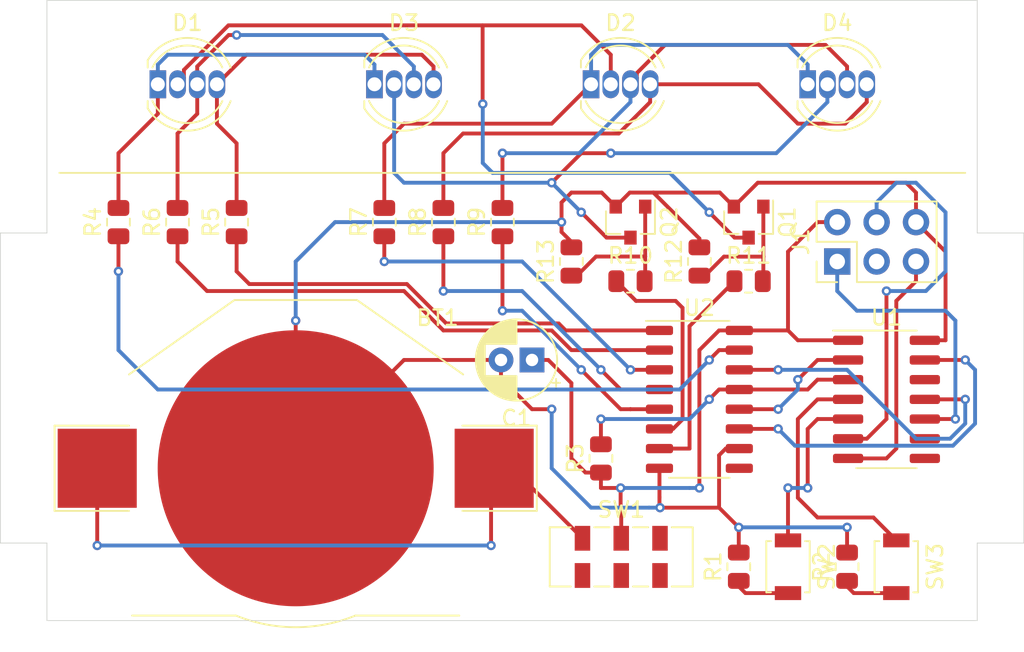
<source format=kicad_pcb>
(kicad_pcb (version 20171130) (host pcbnew "(5.1.9-0-10_14)")

  (general
    (thickness 1.6)
    (drawings 13)
    (tracks 353)
    (zones 0)
    (modules 27)
    (nets 33)
  )

  (page A4)
  (layers
    (0 F.Cu signal)
    (31 B.Cu signal)
    (32 B.Adhes user)
    (33 F.Adhes user)
    (34 B.Paste user)
    (35 F.Paste user)
    (36 B.SilkS user)
    (37 F.SilkS user)
    (38 B.Mask user)
    (39 F.Mask user)
    (40 Dwgs.User user)
    (41 Cmts.User user)
    (42 Eco1.User user)
    (43 Eco2.User user)
    (44 Edge.Cuts user)
    (45 Margin user)
    (46 B.CrtYd user)
    (47 F.CrtYd user)
    (48 B.Fab user)
    (49 F.Fab user)
  )

  (setup
    (last_trace_width 0.25)
    (trace_clearance 0.2)
    (zone_clearance 0.508)
    (zone_45_only no)
    (trace_min 0.2)
    (via_size 0.8)
    (via_drill 0.4)
    (via_min_size 0.4)
    (via_min_drill 0.3)
    (user_via 0.6 0.3)
    (uvia_size 0.3)
    (uvia_drill 0.1)
    (uvias_allowed no)
    (uvia_min_size 0.2)
    (uvia_min_drill 0.1)
    (edge_width 0.05)
    (segment_width 0.2)
    (pcb_text_width 0.3)
    (pcb_text_size 1.5 1.5)
    (mod_edge_width 0.12)
    (mod_text_size 1 1)
    (mod_text_width 0.15)
    (pad_size 1.524 1.524)
    (pad_drill 0.762)
    (pad_to_mask_clearance 0)
    (aux_axis_origin 0 0)
    (visible_elements FFFFFF7F)
    (pcbplotparams
      (layerselection 0x010fc_ffffffff)
      (usegerberextensions false)
      (usegerberattributes true)
      (usegerberadvancedattributes true)
      (creategerberjobfile true)
      (excludeedgelayer true)
      (linewidth 0.100000)
      (plotframeref false)
      (viasonmask false)
      (mode 1)
      (useauxorigin false)
      (hpglpennumber 1)
      (hpglpenspeed 20)
      (hpglpendiameter 15.000000)
      (psnegative false)
      (psa4output false)
      (plotreference true)
      (plotvalue true)
      (plotinvisibletext false)
      (padsonsilk false)
      (subtractmaskfromsilk false)
      (outputformat 1)
      (mirror false)
      (drillshape 1)
      (scaleselection 1)
      (outputdirectory ""))
  )

  (net 0 "")
  (net 1 GND)
  (net 2 "Net-(BT1-Pad1)")
  (net 3 VCC)
  (net 4 "Net-(D1-Pad4)")
  (net 5 "Net-(D1-Pad3)")
  (net 6 "Net-(D1-Pad2)")
  (net 7 "Net-(D1-Pad1)")
  (net 8 "Net-(D2-Pad4)")
  (net 9 "Net-(D2-Pad3)")
  (net 10 "Net-(D2-Pad1)")
  (net 11 "Net-(D3-Pad2)")
  (net 12 TXD)
  (net 13 RXD)
  (net 14 UPDI)
  (net 15 "Net-(Q1-Pad1)")
  (net 16 "Net-(Q2-Pad1)")
  (net 17 "Net-(R1-Pad1)")
  (net 18 "Net-(R2-Pad1)")
  (net 19 "Net-(R3-Pad2)")
  (net 20 "Net-(R4-Pad1)")
  (net 21 "Net-(R5-Pad1)")
  (net 22 "Net-(R6-Pad1)")
  (net 23 "Net-(R7-Pad1)")
  (net 24 "Net-(R8-Pad1)")
  (net 25 "Net-(R9-Pad1)")
  (net 26 "Net-(R10-Pad1)")
  (net 27 "Net-(R11-Pad1)")
  (net 28 "Net-(SW2-Pad1)")
  (net 29 "Net-(SW3-Pad1)")
  (net 30 SCK)
  (net 31 MOSI)
  (net 32 SS)

  (net_class Default "This is the default net class."
    (clearance 0.2)
    (trace_width 0.25)
    (via_dia 0.8)
    (via_drill 0.4)
    (uvia_dia 0.3)
    (uvia_drill 0.1)
    (add_net GND)
    (add_net MOSI)
    (add_net "Net-(BT1-Pad1)")
    (add_net "Net-(D1-Pad1)")
    (add_net "Net-(D1-Pad2)")
    (add_net "Net-(D1-Pad3)")
    (add_net "Net-(D1-Pad4)")
    (add_net "Net-(D2-Pad1)")
    (add_net "Net-(D2-Pad3)")
    (add_net "Net-(D2-Pad4)")
    (add_net "Net-(D3-Pad2)")
    (add_net "Net-(Q1-Pad1)")
    (add_net "Net-(Q2-Pad1)")
    (add_net "Net-(R1-Pad1)")
    (add_net "Net-(R10-Pad1)")
    (add_net "Net-(R11-Pad1)")
    (add_net "Net-(R2-Pad1)")
    (add_net "Net-(R3-Pad2)")
    (add_net "Net-(R4-Pad1)")
    (add_net "Net-(R5-Pad1)")
    (add_net "Net-(R6-Pad1)")
    (add_net "Net-(R7-Pad1)")
    (add_net "Net-(R8-Pad1)")
    (add_net "Net-(R9-Pad1)")
    (add_net "Net-(SW2-Pad1)")
    (add_net "Net-(SW3-Pad1)")
    (add_net "Net-(U2-Pad9)")
    (add_net RXD)
    (add_net SCK)
    (add_net SS)
    (add_net TXD)
    (add_net UPDI)
    (add_net VCC)
  )

  (module Package_SO:SO-16_3.9x9.9mm_P1.27mm (layer F.Cu) (tedit 5E888720) (tstamp 648D09CB)
    (at 132.08 125.73)
    (descr "SO, 16 Pin (https://www.nxp.com/docs/en/package-information/SOT109-1.pdf), generated with kicad-footprint-generator ipc_gullwing_generator.py")
    (tags "SO SO")
    (path /648C9D3A)
    (attr smd)
    (fp_text reference U2 (at 0 -5.9) (layer F.SilkS)
      (effects (font (size 1 1) (thickness 0.15)))
    )
    (fp_text value 74HC595 (at 0 5.9) (layer F.Fab)
      (effects (font (size 1 1) (thickness 0.15)))
    )
    (fp_text user %R (at 0 0) (layer F.Fab)
      (effects (font (size 0.98 0.98) (thickness 0.15)))
    )
    (fp_line (start 0 5.06) (end 1.95 5.06) (layer F.SilkS) (width 0.12))
    (fp_line (start 0 5.06) (end -1.95 5.06) (layer F.SilkS) (width 0.12))
    (fp_line (start 0 -5.06) (end 1.95 -5.06) (layer F.SilkS) (width 0.12))
    (fp_line (start 0 -5.06) (end -3.45 -5.06) (layer F.SilkS) (width 0.12))
    (fp_line (start -0.975 -4.95) (end 1.95 -4.95) (layer F.Fab) (width 0.1))
    (fp_line (start 1.95 -4.95) (end 1.95 4.95) (layer F.Fab) (width 0.1))
    (fp_line (start 1.95 4.95) (end -1.95 4.95) (layer F.Fab) (width 0.1))
    (fp_line (start -1.95 4.95) (end -1.95 -3.975) (layer F.Fab) (width 0.1))
    (fp_line (start -1.95 -3.975) (end -0.975 -4.95) (layer F.Fab) (width 0.1))
    (fp_line (start -3.7 -5.2) (end -3.7 5.2) (layer F.CrtYd) (width 0.05))
    (fp_line (start -3.7 5.2) (end 3.7 5.2) (layer F.CrtYd) (width 0.05))
    (fp_line (start 3.7 5.2) (end 3.7 -5.2) (layer F.CrtYd) (width 0.05))
    (fp_line (start 3.7 -5.2) (end -3.7 -5.2) (layer F.CrtYd) (width 0.05))
    (pad 16 smd roundrect (at 2.575 -4.445) (size 1.75 0.6) (layers F.Cu F.Paste F.Mask) (roundrect_rratio 0.25)
      (net 3 VCC))
    (pad 15 smd roundrect (at 2.575 -3.175) (size 1.75 0.6) (layers F.Cu F.Paste F.Mask) (roundrect_rratio 0.25)
      (net 20 "Net-(R4-Pad1)"))
    (pad 14 smd roundrect (at 2.575 -1.905) (size 1.75 0.6) (layers F.Cu F.Paste F.Mask) (roundrect_rratio 0.25)
      (net 31 MOSI))
    (pad 13 smd roundrect (at 2.575 -0.635) (size 1.75 0.6) (layers F.Cu F.Paste F.Mask) (roundrect_rratio 0.25)
      (net 19 "Net-(R3-Pad2)"))
    (pad 12 smd roundrect (at 2.575 0.635) (size 1.75 0.6) (layers F.Cu F.Paste F.Mask) (roundrect_rratio 0.25)
      (net 32 SS))
    (pad 11 smd roundrect (at 2.575 1.905) (size 1.75 0.6) (layers F.Cu F.Paste F.Mask) (roundrect_rratio 0.25)
      (net 30 SCK))
    (pad 10 smd roundrect (at 2.575 3.175) (size 1.75 0.6) (layers F.Cu F.Paste F.Mask) (roundrect_rratio 0.25)
      (net 1 GND))
    (pad 9 smd roundrect (at 2.575 4.445) (size 1.75 0.6) (layers F.Cu F.Paste F.Mask) (roundrect_rratio 0.25))
    (pad 8 smd roundrect (at -2.575 4.445) (size 1.75 0.6) (layers F.Cu F.Paste F.Mask) (roundrect_rratio 0.25)
      (net 1 GND))
    (pad 7 smd roundrect (at -2.575 3.175) (size 1.75 0.6) (layers F.Cu F.Paste F.Mask) (roundrect_rratio 0.25)
      (net 27 "Net-(R11-Pad1)"))
    (pad 6 smd roundrect (at -2.575 1.905) (size 1.75 0.6) (layers F.Cu F.Paste F.Mask) (roundrect_rratio 0.25)
      (net 26 "Net-(R10-Pad1)"))
    (pad 5 smd roundrect (at -2.575 0.635) (size 1.75 0.6) (layers F.Cu F.Paste F.Mask) (roundrect_rratio 0.25)
      (net 25 "Net-(R9-Pad1)"))
    (pad 4 smd roundrect (at -2.575 -0.635) (size 1.75 0.6) (layers F.Cu F.Paste F.Mask) (roundrect_rratio 0.25)
      (net 24 "Net-(R8-Pad1)"))
    (pad 3 smd roundrect (at -2.575 -1.905) (size 1.75 0.6) (layers F.Cu F.Paste F.Mask) (roundrect_rratio 0.25)
      (net 23 "Net-(R7-Pad1)"))
    (pad 2 smd roundrect (at -2.575 -3.175) (size 1.75 0.6) (layers F.Cu F.Paste F.Mask) (roundrect_rratio 0.25)
      (net 22 "Net-(R6-Pad1)"))
    (pad 1 smd roundrect (at -2.575 -4.445) (size 1.75 0.6) (layers F.Cu F.Paste F.Mask) (roundrect_rratio 0.25)
      (net 21 "Net-(R5-Pad1)"))
    (model ${KISYS3DMOD}/Package_SO.3dshapes/SO-16_3.9x9.9mm_P1.27mm.wrl
      (at (xyz 0 0 0))
      (scale (xyz 1 1 1))
      (rotate (xyz 0 0 0))
    )
  )

  (module Package_SO:SOIC-14_3.9x8.7mm_P1.27mm (layer F.Cu) (tedit 5D9F72B1) (tstamp 648D09A9)
    (at 144.145 125.73)
    (descr "SOIC, 14 Pin (JEDEC MS-012AB, https://www.analog.com/media/en/package-pcb-resources/package/pkg_pdf/soic_narrow-r/r_14.pdf), generated with kicad-footprint-generator ipc_gullwing_generator.py")
    (tags "SOIC SO")
    (path /648C92D6)
    (attr smd)
    (fp_text reference U1 (at 0 -5.28) (layer F.SilkS)
      (effects (font (size 1 1) (thickness 0.15)))
    )
    (fp_text value ATtiny1614-SS (at 0 5.28) (layer F.Fab)
      (effects (font (size 1 1) (thickness 0.15)))
    )
    (fp_text user %R (at 0 0) (layer F.Fab)
      (effects (font (size 0.98 0.98) (thickness 0.15)))
    )
    (fp_line (start 0 4.435) (end 1.95 4.435) (layer F.SilkS) (width 0.12))
    (fp_line (start 0 4.435) (end -1.95 4.435) (layer F.SilkS) (width 0.12))
    (fp_line (start 0 -4.435) (end 1.95 -4.435) (layer F.SilkS) (width 0.12))
    (fp_line (start 0 -4.435) (end -3.45 -4.435) (layer F.SilkS) (width 0.12))
    (fp_line (start -0.975 -4.325) (end 1.95 -4.325) (layer F.Fab) (width 0.1))
    (fp_line (start 1.95 -4.325) (end 1.95 4.325) (layer F.Fab) (width 0.1))
    (fp_line (start 1.95 4.325) (end -1.95 4.325) (layer F.Fab) (width 0.1))
    (fp_line (start -1.95 4.325) (end -1.95 -3.35) (layer F.Fab) (width 0.1))
    (fp_line (start -1.95 -3.35) (end -0.975 -4.325) (layer F.Fab) (width 0.1))
    (fp_line (start -3.7 -4.58) (end -3.7 4.58) (layer F.CrtYd) (width 0.05))
    (fp_line (start -3.7 4.58) (end 3.7 4.58) (layer F.CrtYd) (width 0.05))
    (fp_line (start 3.7 4.58) (end 3.7 -4.58) (layer F.CrtYd) (width 0.05))
    (fp_line (start 3.7 -4.58) (end -3.7 -4.58) (layer F.CrtYd) (width 0.05))
    (pad 14 smd roundrect (at 2.475 -3.81) (size 1.95 0.6) (layers F.Cu F.Paste F.Mask) (roundrect_rratio 0.25)
      (net 1 GND))
    (pad 13 smd roundrect (at 2.475 -2.54) (size 1.95 0.6) (layers F.Cu F.Paste F.Mask) (roundrect_rratio 0.25)
      (net 30 SCK))
    (pad 12 smd roundrect (at 2.475 -1.27) (size 1.95 0.6) (layers F.Cu F.Paste F.Mask) (roundrect_rratio 0.25))
    (pad 11 smd roundrect (at 2.475 0) (size 1.95 0.6) (layers F.Cu F.Paste F.Mask) (roundrect_rratio 0.25)
      (net 31 MOSI))
    (pad 10 smd roundrect (at 2.475 1.27) (size 1.95 0.6) (layers F.Cu F.Paste F.Mask) (roundrect_rratio 0.25)
      (net 14 UPDI))
    (pad 9 smd roundrect (at 2.475 2.54) (size 1.95 0.6) (layers F.Cu F.Paste F.Mask) (roundrect_rratio 0.25))
    (pad 8 smd roundrect (at 2.475 3.81) (size 1.95 0.6) (layers F.Cu F.Paste F.Mask) (roundrect_rratio 0.25))
    (pad 7 smd roundrect (at -2.475 3.81) (size 1.95 0.6) (layers F.Cu F.Paste F.Mask) (roundrect_rratio 0.25)
      (net 12 TXD))
    (pad 6 smd roundrect (at -2.475 2.54) (size 1.95 0.6) (layers F.Cu F.Paste F.Mask) (roundrect_rratio 0.25)
      (net 13 RXD))
    (pad 5 smd roundrect (at -2.475 1.27) (size 1.95 0.6) (layers F.Cu F.Paste F.Mask) (roundrect_rratio 0.25)
      (net 28 "Net-(SW2-Pad1)"))
    (pad 4 smd roundrect (at -2.475 0) (size 1.95 0.6) (layers F.Cu F.Paste F.Mask) (roundrect_rratio 0.25)
      (net 29 "Net-(SW3-Pad1)"))
    (pad 3 smd roundrect (at -2.475 -1.27) (size 1.95 0.6) (layers F.Cu F.Paste F.Mask) (roundrect_rratio 0.25)
      (net 19 "Net-(R3-Pad2)"))
    (pad 2 smd roundrect (at -2.475 -2.54) (size 1.95 0.6) (layers F.Cu F.Paste F.Mask) (roundrect_rratio 0.25)
      (net 32 SS))
    (pad 1 smd roundrect (at -2.475 -3.81) (size 1.95 0.6) (layers F.Cu F.Paste F.Mask) (roundrect_rratio 0.25)
      (net 3 VCC))
    (model ${KISYS3DMOD}/Package_SO.3dshapes/SOIC-14_3.9x8.7mm_P1.27mm.wrl
      (at (xyz 0 0 0))
      (scale (xyz 1 1 1))
      (rotate (xyz 0 0 0))
    )
  )

  (module Button_Switch_SMD:SW_SPST_B3U-1000P (layer F.Cu) (tedit 5A02FC95) (tstamp 648D0989)
    (at 144.78 136.525 270)
    (descr "Ultra-small-sized Tactile Switch with High Contact Reliability, Top-actuated Model, without Ground Terminal, without Boss")
    (tags "Tactile Switch")
    (path /6495A65C)
    (attr smd)
    (fp_text reference SW3 (at 0 -2.5 90) (layer F.SilkS)
      (effects (font (size 1 1) (thickness 0.15)))
    )
    (fp_text value SW_Push (at 0 2.5 90) (layer F.Fab)
      (effects (font (size 1 1) (thickness 0.15)))
    )
    (fp_text user %R (at 0 -2.5 90) (layer F.Fab)
      (effects (font (size 1 1) (thickness 0.15)))
    )
    (fp_line (start -2.4 1.65) (end 2.4 1.65) (layer F.CrtYd) (width 0.05))
    (fp_line (start 2.4 1.65) (end 2.4 -1.65) (layer F.CrtYd) (width 0.05))
    (fp_line (start 2.4 -1.65) (end -2.4 -1.65) (layer F.CrtYd) (width 0.05))
    (fp_line (start -2.4 -1.65) (end -2.4 1.65) (layer F.CrtYd) (width 0.05))
    (fp_line (start -1.65 1.1) (end -1.65 1.4) (layer F.SilkS) (width 0.12))
    (fp_line (start -1.65 1.4) (end 1.65 1.4) (layer F.SilkS) (width 0.12))
    (fp_line (start 1.65 1.4) (end 1.65 1.1) (layer F.SilkS) (width 0.12))
    (fp_line (start -1.65 -1.1) (end -1.65 -1.4) (layer F.SilkS) (width 0.12))
    (fp_line (start -1.65 -1.4) (end 1.65 -1.4) (layer F.SilkS) (width 0.12))
    (fp_line (start 1.65 -1.4) (end 1.65 -1.1) (layer F.SilkS) (width 0.12))
    (fp_line (start -1.5 -1.25) (end 1.5 -1.25) (layer F.Fab) (width 0.1))
    (fp_line (start 1.5 -1.25) (end 1.5 1.25) (layer F.Fab) (width 0.1))
    (fp_line (start 1.5 1.25) (end -1.5 1.25) (layer F.Fab) (width 0.1))
    (fp_line (start -1.5 1.25) (end -1.5 -1.25) (layer F.Fab) (width 0.1))
    (fp_circle (center 0 0) (end 0.75 0) (layer F.Fab) (width 0.1))
    (pad 2 smd rect (at 1.7 0 270) (size 0.9 1.7) (layers F.Cu F.Paste F.Mask)
      (net 18 "Net-(R2-Pad1)"))
    (pad 1 smd rect (at -1.7 0 270) (size 0.9 1.7) (layers F.Cu F.Paste F.Mask)
      (net 29 "Net-(SW3-Pad1)"))
    (model ${KISYS3DMOD}/Button_Switch_SMD.3dshapes/SW_SPST_B3U-1000P.wrl
      (at (xyz 0 0 0))
      (scale (xyz 1 1 1))
      (rotate (xyz 0 0 0))
    )
  )

  (module Button_Switch_SMD:SW_SPST_B3U-1000P (layer F.Cu) (tedit 5A02FC95) (tstamp 648D0973)
    (at 137.795 136.525 270)
    (descr "Ultra-small-sized Tactile Switch with High Contact Reliability, Top-actuated Model, without Ground Terminal, without Boss")
    (tags "Tactile Switch")
    (path /648CD8E6)
    (attr smd)
    (fp_text reference SW2 (at 0 -2.5 90) (layer F.SilkS)
      (effects (font (size 1 1) (thickness 0.15)))
    )
    (fp_text value SW_Push (at 0 2.5 90) (layer F.Fab)
      (effects (font (size 1 1) (thickness 0.15)))
    )
    (fp_text user %R (at 0 -2.5 90) (layer F.Fab)
      (effects (font (size 1 1) (thickness 0.15)))
    )
    (fp_line (start -2.4 1.65) (end 2.4 1.65) (layer F.CrtYd) (width 0.05))
    (fp_line (start 2.4 1.65) (end 2.4 -1.65) (layer F.CrtYd) (width 0.05))
    (fp_line (start 2.4 -1.65) (end -2.4 -1.65) (layer F.CrtYd) (width 0.05))
    (fp_line (start -2.4 -1.65) (end -2.4 1.65) (layer F.CrtYd) (width 0.05))
    (fp_line (start -1.65 1.1) (end -1.65 1.4) (layer F.SilkS) (width 0.12))
    (fp_line (start -1.65 1.4) (end 1.65 1.4) (layer F.SilkS) (width 0.12))
    (fp_line (start 1.65 1.4) (end 1.65 1.1) (layer F.SilkS) (width 0.12))
    (fp_line (start -1.65 -1.1) (end -1.65 -1.4) (layer F.SilkS) (width 0.12))
    (fp_line (start -1.65 -1.4) (end 1.65 -1.4) (layer F.SilkS) (width 0.12))
    (fp_line (start 1.65 -1.4) (end 1.65 -1.1) (layer F.SilkS) (width 0.12))
    (fp_line (start -1.5 -1.25) (end 1.5 -1.25) (layer F.Fab) (width 0.1))
    (fp_line (start 1.5 -1.25) (end 1.5 1.25) (layer F.Fab) (width 0.1))
    (fp_line (start 1.5 1.25) (end -1.5 1.25) (layer F.Fab) (width 0.1))
    (fp_line (start -1.5 1.25) (end -1.5 -1.25) (layer F.Fab) (width 0.1))
    (fp_circle (center 0 0) (end 0.75 0) (layer F.Fab) (width 0.1))
    (pad 2 smd rect (at 1.7 0 270) (size 0.9 1.7) (layers F.Cu F.Paste F.Mask)
      (net 17 "Net-(R1-Pad1)"))
    (pad 1 smd rect (at -1.7 0 270) (size 0.9 1.7) (layers F.Cu F.Paste F.Mask)
      (net 28 "Net-(SW2-Pad1)"))
    (model ${KISYS3DMOD}/Button_Switch_SMD.3dshapes/SW_SPST_B3U-1000P.wrl
      (at (xyz 0 0 0))
      (scale (xyz 1 1 1))
      (rotate (xyz 0 0 0))
    )
  )

  (module Button_Switch_SMD:SW_DPDT_CK_JS202011JCQN (layer F.Cu) (tedit 5E695155) (tstamp 648D095D)
    (at 127.04 135.89)
    (descr "Sub-miniature slide switch, vertical, SMT J bend https://dznh3ojzb2azq.cloudfront.net/products/Slide/JS/documents/datasheet.pdf")
    (tags "switch DPDT SMT")
    (path /648CEF7C)
    (attr smd)
    (fp_text reference SW1 (at 0 -3.05) (layer F.SilkS)
      (effects (font (size 1 1) (thickness 0.15)))
    )
    (fp_text value SW_SPST (at 0 3.15) (layer F.Fab)
      (effects (font (size 1 1) (thickness 0.15)))
    )
    (fp_text user %R (at 0 -3.05) (layer F.Fab)
      (effects (font (size 1 1) (thickness 0.15)))
    )
    (fp_line (start -4.5 -1.8) (end 4.5 -1.8) (layer F.Fab) (width 0.1))
    (fp_line (start 4.5 -1.8) (end 4.5 1.8) (layer F.Fab) (width 0.1))
    (fp_line (start 4.5 1.8) (end -4.5 1.8) (layer F.Fab) (width 0.1))
    (fp_line (start -4.5 1.8) (end -4.5 -1.8) (layer F.Fab) (width 0.1))
    (fp_line (start 4.61 -1.91) (end 4.61 1.91) (layer F.SilkS) (width 0.12))
    (fp_line (start -3.26 -1.91) (end -4.61 -1.91) (layer F.SilkS) (width 0.12))
    (fp_line (start -4.61 -1.91) (end -4.61 1.91) (layer F.SilkS) (width 0.12))
    (fp_line (start -4.61 1.91) (end -3.26 1.91) (layer F.SilkS) (width 0.12))
    (fp_line (start -0.76 -1.91) (end -1.74 -1.91) (layer F.SilkS) (width 0.12))
    (fp_line (start 4.61 -1.91) (end 3.26 -1.91) (layer F.SilkS) (width 0.12))
    (fp_line (start 4.61 1.91) (end 3.26 1.91) (layer F.SilkS) (width 0.12))
    (fp_line (start 1.74 -1.91) (end 0.76 -1.91) (layer F.SilkS) (width 0.12))
    (fp_line (start -0.76 1.91) (end -1.74 1.91) (layer F.SilkS) (width 0.12))
    (fp_line (start 1.74 1.91) (end 0.76 1.91) (layer F.SilkS) (width 0.12))
    (fp_line (start -1.75 -0.75) (end 1.75 -0.75) (layer F.Fab) (width 0.1))
    (fp_line (start 1.75 -0.75) (end 1.75 0.75) (layer F.Fab) (width 0.1))
    (fp_line (start 1.75 0.75) (end -1.75 0.75) (layer F.Fab) (width 0.1))
    (fp_line (start -1.75 -0.75) (end -1.75 0.75) (layer F.Fab) (width 0.1))
    (fp_line (start -0.25 -0.75) (end -0.25 0.75) (layer F.Fab) (width 0.1))
    (fp_line (start 4.75 -2.25) (end 4.75 2.25) (layer F.CrtYd) (width 0.05))
    (fp_line (start -4.75 -2.25) (end -4.75 2.25) (layer F.CrtYd) (width 0.05))
    (fp_line (start -4.75 -2.25) (end 4.75 -2.25) (layer F.CrtYd) (width 0.05))
    (fp_line (start 4.75 2.25) (end -4.75 2.25) (layer F.CrtYd) (width 0.05))
    (pad 3 smd rect (at 2.5 -1.2) (size 1 1.6) (layers F.Cu F.Paste F.Mask))
    (pad 2 smd rect (at 0 -1.2) (size 1 1.6) (layers F.Cu F.Paste F.Mask)
      (net 3 VCC))
    (pad 1 smd rect (at -2.5 -1.2) (size 1 1.6) (layers F.Cu F.Paste F.Mask)
      (net 2 "Net-(BT1-Pad1)"))
    (pad 6 smd rect (at 2.5 1.2) (size 1 1.6) (layers F.Cu F.Paste F.Mask))
    (pad 5 smd rect (at 0 1.2) (size 1 1.6) (layers F.Cu F.Paste F.Mask))
    (pad 4 smd rect (at -2.5 1.2) (size 1 1.6) (layers F.Cu F.Paste F.Mask))
    (model ${KISYS3DMOD}/Button_Switch_SMD.3dshapes/SW_DPDT_CK_JS202011JCQN.wrl
      (at (xyz 0 0 0))
      (scale (xyz 1 1 1))
      (rotate (xyz 0 0 0))
    )
  )

  (module Resistor_SMD:R_0805_2012Metric (layer F.Cu) (tedit 5F68FEEE) (tstamp 648D093B)
    (at 123.825 116.84 90)
    (descr "Resistor SMD 0805 (2012 Metric), square (rectangular) end terminal, IPC_7351 nominal, (Body size source: IPC-SM-782 page 72, https://www.pcb-3d.com/wordpress/wp-content/uploads/ipc-sm-782a_amendment_1_and_2.pdf), generated with kicad-footprint-generator")
    (tags resistor)
    (path /6490220B)
    (attr smd)
    (fp_text reference R13 (at 0 -1.65 90) (layer F.SilkS)
      (effects (font (size 1 1) (thickness 0.15)))
    )
    (fp_text value 10k (at 0 1.65 90) (layer F.Fab)
      (effects (font (size 1 1) (thickness 0.15)))
    )
    (fp_text user %R (at 0 0 90) (layer F.Fab)
      (effects (font (size 0.5 0.5) (thickness 0.08)))
    )
    (fp_line (start -1 0.625) (end -1 -0.625) (layer F.Fab) (width 0.1))
    (fp_line (start -1 -0.625) (end 1 -0.625) (layer F.Fab) (width 0.1))
    (fp_line (start 1 -0.625) (end 1 0.625) (layer F.Fab) (width 0.1))
    (fp_line (start 1 0.625) (end -1 0.625) (layer F.Fab) (width 0.1))
    (fp_line (start -0.227064 -0.735) (end 0.227064 -0.735) (layer F.SilkS) (width 0.12))
    (fp_line (start -0.227064 0.735) (end 0.227064 0.735) (layer F.SilkS) (width 0.12))
    (fp_line (start -1.68 0.95) (end -1.68 -0.95) (layer F.CrtYd) (width 0.05))
    (fp_line (start -1.68 -0.95) (end 1.68 -0.95) (layer F.CrtYd) (width 0.05))
    (fp_line (start 1.68 -0.95) (end 1.68 0.95) (layer F.CrtYd) (width 0.05))
    (fp_line (start 1.68 0.95) (end -1.68 0.95) (layer F.CrtYd) (width 0.05))
    (pad 2 smd roundrect (at 0.9125 0 90) (size 1.025 1.4) (layers F.Cu F.Paste F.Mask) (roundrect_rratio 0.243902)
      (net 1 GND))
    (pad 1 smd roundrect (at -0.9125 0 90) (size 1.025 1.4) (layers F.Cu F.Paste F.Mask) (roundrect_rratio 0.243902)
      (net 16 "Net-(Q2-Pad1)"))
    (model ${KISYS3DMOD}/Resistor_SMD.3dshapes/R_0805_2012Metric.wrl
      (at (xyz 0 0 0))
      (scale (xyz 1 1 1))
      (rotate (xyz 0 0 0))
    )
  )

  (module Resistor_SMD:R_0805_2012Metric (layer F.Cu) (tedit 5F68FEEE) (tstamp 648D092A)
    (at 132.08 116.84 90)
    (descr "Resistor SMD 0805 (2012 Metric), square (rectangular) end terminal, IPC_7351 nominal, (Body size source: IPC-SM-782 page 72, https://www.pcb-3d.com/wordpress/wp-content/uploads/ipc-sm-782a_amendment_1_and_2.pdf), generated with kicad-footprint-generator")
    (tags resistor)
    (path /6490112E)
    (attr smd)
    (fp_text reference R12 (at 0 -1.65 90) (layer F.SilkS)
      (effects (font (size 1 1) (thickness 0.15)))
    )
    (fp_text value 10k (at 0 1.65 90) (layer F.Fab)
      (effects (font (size 1 1) (thickness 0.15)))
    )
    (fp_text user %R (at 0 0 90) (layer F.Fab)
      (effects (font (size 0.5 0.5) (thickness 0.08)))
    )
    (fp_line (start -1 0.625) (end -1 -0.625) (layer F.Fab) (width 0.1))
    (fp_line (start -1 -0.625) (end 1 -0.625) (layer F.Fab) (width 0.1))
    (fp_line (start 1 -0.625) (end 1 0.625) (layer F.Fab) (width 0.1))
    (fp_line (start 1 0.625) (end -1 0.625) (layer F.Fab) (width 0.1))
    (fp_line (start -0.227064 -0.735) (end 0.227064 -0.735) (layer F.SilkS) (width 0.12))
    (fp_line (start -0.227064 0.735) (end 0.227064 0.735) (layer F.SilkS) (width 0.12))
    (fp_line (start -1.68 0.95) (end -1.68 -0.95) (layer F.CrtYd) (width 0.05))
    (fp_line (start -1.68 -0.95) (end 1.68 -0.95) (layer F.CrtYd) (width 0.05))
    (fp_line (start 1.68 -0.95) (end 1.68 0.95) (layer F.CrtYd) (width 0.05))
    (fp_line (start 1.68 0.95) (end -1.68 0.95) (layer F.CrtYd) (width 0.05))
    (pad 2 smd roundrect (at 0.9125 0 90) (size 1.025 1.4) (layers F.Cu F.Paste F.Mask) (roundrect_rratio 0.243902)
      (net 1 GND))
    (pad 1 smd roundrect (at -0.9125 0 90) (size 1.025 1.4) (layers F.Cu F.Paste F.Mask) (roundrect_rratio 0.243902)
      (net 15 "Net-(Q1-Pad1)"))
    (model ${KISYS3DMOD}/Resistor_SMD.3dshapes/R_0805_2012Metric.wrl
      (at (xyz 0 0 0))
      (scale (xyz 1 1 1))
      (rotate (xyz 0 0 0))
    )
  )

  (module Resistor_SMD:R_0805_2012Metric (layer F.Cu) (tedit 5F68FEEE) (tstamp 648D0919)
    (at 135.255 118.11)
    (descr "Resistor SMD 0805 (2012 Metric), square (rectangular) end terminal, IPC_7351 nominal, (Body size source: IPC-SM-782 page 72, https://www.pcb-3d.com/wordpress/wp-content/uploads/ipc-sm-782a_amendment_1_and_2.pdf), generated with kicad-footprint-generator")
    (tags resistor)
    (path /648FD402)
    (attr smd)
    (fp_text reference R11 (at 0 -1.65) (layer F.SilkS)
      (effects (font (size 1 1) (thickness 0.15)))
    )
    (fp_text value 25 (at 0 1.65) (layer F.Fab)
      (effects (font (size 1 1) (thickness 0.15)))
    )
    (fp_text user %R (at 0 0) (layer F.Fab)
      (effects (font (size 0.5 0.5) (thickness 0.08)))
    )
    (fp_line (start -1 0.625) (end -1 -0.625) (layer F.Fab) (width 0.1))
    (fp_line (start -1 -0.625) (end 1 -0.625) (layer F.Fab) (width 0.1))
    (fp_line (start 1 -0.625) (end 1 0.625) (layer F.Fab) (width 0.1))
    (fp_line (start 1 0.625) (end -1 0.625) (layer F.Fab) (width 0.1))
    (fp_line (start -0.227064 -0.735) (end 0.227064 -0.735) (layer F.SilkS) (width 0.12))
    (fp_line (start -0.227064 0.735) (end 0.227064 0.735) (layer F.SilkS) (width 0.12))
    (fp_line (start -1.68 0.95) (end -1.68 -0.95) (layer F.CrtYd) (width 0.05))
    (fp_line (start -1.68 -0.95) (end 1.68 -0.95) (layer F.CrtYd) (width 0.05))
    (fp_line (start 1.68 -0.95) (end 1.68 0.95) (layer F.CrtYd) (width 0.05))
    (fp_line (start 1.68 0.95) (end -1.68 0.95) (layer F.CrtYd) (width 0.05))
    (pad 2 smd roundrect (at 0.9125 0) (size 1.025 1.4) (layers F.Cu F.Paste F.Mask) (roundrect_rratio 0.243902)
      (net 15 "Net-(Q1-Pad1)"))
    (pad 1 smd roundrect (at -0.9125 0) (size 1.025 1.4) (layers F.Cu F.Paste F.Mask) (roundrect_rratio 0.243902)
      (net 27 "Net-(R11-Pad1)"))
    (model ${KISYS3DMOD}/Resistor_SMD.3dshapes/R_0805_2012Metric.wrl
      (at (xyz 0 0 0))
      (scale (xyz 1 1 1))
      (rotate (xyz 0 0 0))
    )
  )

  (module Resistor_SMD:R_0805_2012Metric (layer F.Cu) (tedit 5F68FEEE) (tstamp 648D0908)
    (at 127.635 118.11)
    (descr "Resistor SMD 0805 (2012 Metric), square (rectangular) end terminal, IPC_7351 nominal, (Body size source: IPC-SM-782 page 72, https://www.pcb-3d.com/wordpress/wp-content/uploads/ipc-sm-782a_amendment_1_and_2.pdf), generated with kicad-footprint-generator")
    (tags resistor)
    (path /6490863F)
    (attr smd)
    (fp_text reference R10 (at 0 -1.65) (layer F.SilkS)
      (effects (font (size 1 1) (thickness 0.15)))
    )
    (fp_text value 25 (at 0 1.65) (layer F.Fab)
      (effects (font (size 1 1) (thickness 0.15)))
    )
    (fp_text user %R (at 0 0) (layer F.Fab)
      (effects (font (size 0.5 0.5) (thickness 0.08)))
    )
    (fp_line (start -1 0.625) (end -1 -0.625) (layer F.Fab) (width 0.1))
    (fp_line (start -1 -0.625) (end 1 -0.625) (layer F.Fab) (width 0.1))
    (fp_line (start 1 -0.625) (end 1 0.625) (layer F.Fab) (width 0.1))
    (fp_line (start 1 0.625) (end -1 0.625) (layer F.Fab) (width 0.1))
    (fp_line (start -0.227064 -0.735) (end 0.227064 -0.735) (layer F.SilkS) (width 0.12))
    (fp_line (start -0.227064 0.735) (end 0.227064 0.735) (layer F.SilkS) (width 0.12))
    (fp_line (start -1.68 0.95) (end -1.68 -0.95) (layer F.CrtYd) (width 0.05))
    (fp_line (start -1.68 -0.95) (end 1.68 -0.95) (layer F.CrtYd) (width 0.05))
    (fp_line (start 1.68 -0.95) (end 1.68 0.95) (layer F.CrtYd) (width 0.05))
    (fp_line (start 1.68 0.95) (end -1.68 0.95) (layer F.CrtYd) (width 0.05))
    (pad 2 smd roundrect (at 0.9125 0) (size 1.025 1.4) (layers F.Cu F.Paste F.Mask) (roundrect_rratio 0.243902)
      (net 16 "Net-(Q2-Pad1)"))
    (pad 1 smd roundrect (at -0.9125 0) (size 1.025 1.4) (layers F.Cu F.Paste F.Mask) (roundrect_rratio 0.243902)
      (net 26 "Net-(R10-Pad1)"))
    (model ${KISYS3DMOD}/Resistor_SMD.3dshapes/R_0805_2012Metric.wrl
      (at (xyz 0 0 0))
      (scale (xyz 1 1 1))
      (rotate (xyz 0 0 0))
    )
  )

  (module Resistor_SMD:R_0805_2012Metric (layer F.Cu) (tedit 5F68FEEE) (tstamp 648D08F7)
    (at 119.38 114.3 90)
    (descr "Resistor SMD 0805 (2012 Metric), square (rectangular) end terminal, IPC_7351 nominal, (Body size source: IPC-SM-782 page 72, https://www.pcb-3d.com/wordpress/wp-content/uploads/ipc-sm-782a_amendment_1_and_2.pdf), generated with kicad-footprint-generator")
    (tags resistor)
    (path /64908C5D)
    (attr smd)
    (fp_text reference R9 (at 0 -1.65 90) (layer F.SilkS)
      (effects (font (size 1 1) (thickness 0.15)))
    )
    (fp_text value 330 (at 0 1.65 90) (layer F.Fab)
      (effects (font (size 1 1) (thickness 0.15)))
    )
    (fp_text user %R (at 0 0 90) (layer F.Fab)
      (effects (font (size 0.5 0.5) (thickness 0.08)))
    )
    (fp_line (start -1 0.625) (end -1 -0.625) (layer F.Fab) (width 0.1))
    (fp_line (start -1 -0.625) (end 1 -0.625) (layer F.Fab) (width 0.1))
    (fp_line (start 1 -0.625) (end 1 0.625) (layer F.Fab) (width 0.1))
    (fp_line (start 1 0.625) (end -1 0.625) (layer F.Fab) (width 0.1))
    (fp_line (start -0.227064 -0.735) (end 0.227064 -0.735) (layer F.SilkS) (width 0.12))
    (fp_line (start -0.227064 0.735) (end 0.227064 0.735) (layer F.SilkS) (width 0.12))
    (fp_line (start -1.68 0.95) (end -1.68 -0.95) (layer F.CrtYd) (width 0.05))
    (fp_line (start -1.68 -0.95) (end 1.68 -0.95) (layer F.CrtYd) (width 0.05))
    (fp_line (start 1.68 -0.95) (end 1.68 0.95) (layer F.CrtYd) (width 0.05))
    (fp_line (start 1.68 0.95) (end -1.68 0.95) (layer F.CrtYd) (width 0.05))
    (pad 2 smd roundrect (at 0.9125 0 90) (size 1.025 1.4) (layers F.Cu F.Paste F.Mask) (roundrect_rratio 0.243902)
      (net 9 "Net-(D2-Pad3)"))
    (pad 1 smd roundrect (at -0.9125 0 90) (size 1.025 1.4) (layers F.Cu F.Paste F.Mask) (roundrect_rratio 0.243902)
      (net 25 "Net-(R9-Pad1)"))
    (model ${KISYS3DMOD}/Resistor_SMD.3dshapes/R_0805_2012Metric.wrl
      (at (xyz 0 0 0))
      (scale (xyz 1 1 1))
      (rotate (xyz 0 0 0))
    )
  )

  (module Resistor_SMD:R_0805_2012Metric (layer F.Cu) (tedit 5F68FEEE) (tstamp 648D08E6)
    (at 115.57 114.3 90)
    (descr "Resistor SMD 0805 (2012 Metric), square (rectangular) end terminal, IPC_7351 nominal, (Body size source: IPC-SM-782 page 72, https://www.pcb-3d.com/wordpress/wp-content/uploads/ipc-sm-782a_amendment_1_and_2.pdf), generated with kicad-footprint-generator")
    (tags resistor)
    (path /6490A4C0)
    (attr smd)
    (fp_text reference R8 (at 0 -1.65 90) (layer F.SilkS)
      (effects (font (size 1 1) (thickness 0.15)))
    )
    (fp_text value 330 (at 0 1.65 90) (layer F.Fab)
      (effects (font (size 1 1) (thickness 0.15)))
    )
    (fp_text user %R (at 0 0 90) (layer F.Fab)
      (effects (font (size 0.5 0.5) (thickness 0.08)))
    )
    (fp_line (start -1 0.625) (end -1 -0.625) (layer F.Fab) (width 0.1))
    (fp_line (start -1 -0.625) (end 1 -0.625) (layer F.Fab) (width 0.1))
    (fp_line (start 1 -0.625) (end 1 0.625) (layer F.Fab) (width 0.1))
    (fp_line (start 1 0.625) (end -1 0.625) (layer F.Fab) (width 0.1))
    (fp_line (start -0.227064 -0.735) (end 0.227064 -0.735) (layer F.SilkS) (width 0.12))
    (fp_line (start -0.227064 0.735) (end 0.227064 0.735) (layer F.SilkS) (width 0.12))
    (fp_line (start -1.68 0.95) (end -1.68 -0.95) (layer F.CrtYd) (width 0.05))
    (fp_line (start -1.68 -0.95) (end 1.68 -0.95) (layer F.CrtYd) (width 0.05))
    (fp_line (start 1.68 -0.95) (end 1.68 0.95) (layer F.CrtYd) (width 0.05))
    (fp_line (start 1.68 0.95) (end -1.68 0.95) (layer F.CrtYd) (width 0.05))
    (pad 2 smd roundrect (at 0.9125 0 90) (size 1.025 1.4) (layers F.Cu F.Paste F.Mask) (roundrect_rratio 0.243902)
      (net 8 "Net-(D2-Pad4)"))
    (pad 1 smd roundrect (at -0.9125 0 90) (size 1.025 1.4) (layers F.Cu F.Paste F.Mask) (roundrect_rratio 0.243902)
      (net 24 "Net-(R8-Pad1)"))
    (model ${KISYS3DMOD}/Resistor_SMD.3dshapes/R_0805_2012Metric.wrl
      (at (xyz 0 0 0))
      (scale (xyz 1 1 1))
      (rotate (xyz 0 0 0))
    )
  )

  (module Resistor_SMD:R_0805_2012Metric (layer F.Cu) (tedit 5F68FEEE) (tstamp 648D08D5)
    (at 111.76 114.3 90)
    (descr "Resistor SMD 0805 (2012 Metric), square (rectangular) end terminal, IPC_7351 nominal, (Body size source: IPC-SM-782 page 72, https://www.pcb-3d.com/wordpress/wp-content/uploads/ipc-sm-782a_amendment_1_and_2.pdf), generated with kicad-footprint-generator")
    (tags resistor)
    (path /6490AA84)
    (attr smd)
    (fp_text reference R7 (at 0 -1.65 90) (layer F.SilkS)
      (effects (font (size 1 1) (thickness 0.15)))
    )
    (fp_text value 330 (at 0 1.65 90) (layer F.Fab)
      (effects (font (size 1 1) (thickness 0.15)))
    )
    (fp_text user %R (at 0 0 90) (layer F.Fab)
      (effects (font (size 0.5 0.5) (thickness 0.08)))
    )
    (fp_line (start -1 0.625) (end -1 -0.625) (layer F.Fab) (width 0.1))
    (fp_line (start -1 -0.625) (end 1 -0.625) (layer F.Fab) (width 0.1))
    (fp_line (start 1 -0.625) (end 1 0.625) (layer F.Fab) (width 0.1))
    (fp_line (start 1 0.625) (end -1 0.625) (layer F.Fab) (width 0.1))
    (fp_line (start -0.227064 -0.735) (end 0.227064 -0.735) (layer F.SilkS) (width 0.12))
    (fp_line (start -0.227064 0.735) (end 0.227064 0.735) (layer F.SilkS) (width 0.12))
    (fp_line (start -1.68 0.95) (end -1.68 -0.95) (layer F.CrtYd) (width 0.05))
    (fp_line (start -1.68 -0.95) (end 1.68 -0.95) (layer F.CrtYd) (width 0.05))
    (fp_line (start 1.68 -0.95) (end 1.68 0.95) (layer F.CrtYd) (width 0.05))
    (fp_line (start 1.68 0.95) (end -1.68 0.95) (layer F.CrtYd) (width 0.05))
    (pad 2 smd roundrect (at 0.9125 0 90) (size 1.025 1.4) (layers F.Cu F.Paste F.Mask) (roundrect_rratio 0.243902)
      (net 10 "Net-(D2-Pad1)"))
    (pad 1 smd roundrect (at -0.9125 0 90) (size 1.025 1.4) (layers F.Cu F.Paste F.Mask) (roundrect_rratio 0.243902)
      (net 23 "Net-(R7-Pad1)"))
    (model ${KISYS3DMOD}/Resistor_SMD.3dshapes/R_0805_2012Metric.wrl
      (at (xyz 0 0 0))
      (scale (xyz 1 1 1))
      (rotate (xyz 0 0 0))
    )
  )

  (module Resistor_SMD:R_0805_2012Metric (layer F.Cu) (tedit 5F68FEEE) (tstamp 648D08C4)
    (at 98.425 114.3 90)
    (descr "Resistor SMD 0805 (2012 Metric), square (rectangular) end terminal, IPC_7351 nominal, (Body size source: IPC-SM-782 page 72, https://www.pcb-3d.com/wordpress/wp-content/uploads/ipc-sm-782a_amendment_1_and_2.pdf), generated with kicad-footprint-generator")
    (tags resistor)
    (path /6490B0DC)
    (attr smd)
    (fp_text reference R6 (at 0 -1.65 90) (layer F.SilkS)
      (effects (font (size 1 1) (thickness 0.15)))
    )
    (fp_text value 330 (at 0 1.65 90) (layer F.Fab)
      (effects (font (size 1 1) (thickness 0.15)))
    )
    (fp_text user %R (at 0 0 90) (layer F.Fab)
      (effects (font (size 0.5 0.5) (thickness 0.08)))
    )
    (fp_line (start -1 0.625) (end -1 -0.625) (layer F.Fab) (width 0.1))
    (fp_line (start -1 -0.625) (end 1 -0.625) (layer F.Fab) (width 0.1))
    (fp_line (start 1 -0.625) (end 1 0.625) (layer F.Fab) (width 0.1))
    (fp_line (start 1 0.625) (end -1 0.625) (layer F.Fab) (width 0.1))
    (fp_line (start -0.227064 -0.735) (end 0.227064 -0.735) (layer F.SilkS) (width 0.12))
    (fp_line (start -0.227064 0.735) (end 0.227064 0.735) (layer F.SilkS) (width 0.12))
    (fp_line (start -1.68 0.95) (end -1.68 -0.95) (layer F.CrtYd) (width 0.05))
    (fp_line (start -1.68 -0.95) (end 1.68 -0.95) (layer F.CrtYd) (width 0.05))
    (fp_line (start 1.68 -0.95) (end 1.68 0.95) (layer F.CrtYd) (width 0.05))
    (fp_line (start 1.68 0.95) (end -1.68 0.95) (layer F.CrtYd) (width 0.05))
    (pad 2 smd roundrect (at 0.9125 0 90) (size 1.025 1.4) (layers F.Cu F.Paste F.Mask) (roundrect_rratio 0.243902)
      (net 5 "Net-(D1-Pad3)"))
    (pad 1 smd roundrect (at -0.9125 0 90) (size 1.025 1.4) (layers F.Cu F.Paste F.Mask) (roundrect_rratio 0.243902)
      (net 22 "Net-(R6-Pad1)"))
    (model ${KISYS3DMOD}/Resistor_SMD.3dshapes/R_0805_2012Metric.wrl
      (at (xyz 0 0 0))
      (scale (xyz 1 1 1))
      (rotate (xyz 0 0 0))
    )
  )

  (module Resistor_SMD:R_0805_2012Metric (layer F.Cu) (tedit 5F68FEEE) (tstamp 648D08B3)
    (at 102.235 114.3 90)
    (descr "Resistor SMD 0805 (2012 Metric), square (rectangular) end terminal, IPC_7351 nominal, (Body size source: IPC-SM-782 page 72, https://www.pcb-3d.com/wordpress/wp-content/uploads/ipc-sm-782a_amendment_1_and_2.pdf), generated with kicad-footprint-generator")
    (tags resistor)
    (path /6490B0E6)
    (attr smd)
    (fp_text reference R5 (at 0 -1.65 90) (layer F.SilkS)
      (effects (font (size 1 1) (thickness 0.15)))
    )
    (fp_text value 330 (at 0 1.65 90) (layer F.Fab)
      (effects (font (size 1 1) (thickness 0.15)))
    )
    (fp_text user %R (at 0 0 90) (layer F.Fab)
      (effects (font (size 0.5 0.5) (thickness 0.08)))
    )
    (fp_line (start -1 0.625) (end -1 -0.625) (layer F.Fab) (width 0.1))
    (fp_line (start -1 -0.625) (end 1 -0.625) (layer F.Fab) (width 0.1))
    (fp_line (start 1 -0.625) (end 1 0.625) (layer F.Fab) (width 0.1))
    (fp_line (start 1 0.625) (end -1 0.625) (layer F.Fab) (width 0.1))
    (fp_line (start -0.227064 -0.735) (end 0.227064 -0.735) (layer F.SilkS) (width 0.12))
    (fp_line (start -0.227064 0.735) (end 0.227064 0.735) (layer F.SilkS) (width 0.12))
    (fp_line (start -1.68 0.95) (end -1.68 -0.95) (layer F.CrtYd) (width 0.05))
    (fp_line (start -1.68 -0.95) (end 1.68 -0.95) (layer F.CrtYd) (width 0.05))
    (fp_line (start 1.68 -0.95) (end 1.68 0.95) (layer F.CrtYd) (width 0.05))
    (fp_line (start 1.68 0.95) (end -1.68 0.95) (layer F.CrtYd) (width 0.05))
    (pad 2 smd roundrect (at 0.9125 0 90) (size 1.025 1.4) (layers F.Cu F.Paste F.Mask) (roundrect_rratio 0.243902)
      (net 4 "Net-(D1-Pad4)"))
    (pad 1 smd roundrect (at -0.9125 0 90) (size 1.025 1.4) (layers F.Cu F.Paste F.Mask) (roundrect_rratio 0.243902)
      (net 21 "Net-(R5-Pad1)"))
    (model ${KISYS3DMOD}/Resistor_SMD.3dshapes/R_0805_2012Metric.wrl
      (at (xyz 0 0 0))
      (scale (xyz 1 1 1))
      (rotate (xyz 0 0 0))
    )
  )

  (module Resistor_SMD:R_0805_2012Metric (layer F.Cu) (tedit 5F68FEEE) (tstamp 648D08A2)
    (at 94.615 114.3 90)
    (descr "Resistor SMD 0805 (2012 Metric), square (rectangular) end terminal, IPC_7351 nominal, (Body size source: IPC-SM-782 page 72, https://www.pcb-3d.com/wordpress/wp-content/uploads/ipc-sm-782a_amendment_1_and_2.pdf), generated with kicad-footprint-generator")
    (tags resistor)
    (path /6490B0F0)
    (attr smd)
    (fp_text reference R4 (at 0 -1.65 90) (layer F.SilkS)
      (effects (font (size 1 1) (thickness 0.15)))
    )
    (fp_text value 330 (at 0 1.65 90) (layer F.Fab)
      (effects (font (size 1 1) (thickness 0.15)))
    )
    (fp_text user %R (at 0 0 90) (layer F.Fab)
      (effects (font (size 0.5 0.5) (thickness 0.08)))
    )
    (fp_line (start -1 0.625) (end -1 -0.625) (layer F.Fab) (width 0.1))
    (fp_line (start -1 -0.625) (end 1 -0.625) (layer F.Fab) (width 0.1))
    (fp_line (start 1 -0.625) (end 1 0.625) (layer F.Fab) (width 0.1))
    (fp_line (start 1 0.625) (end -1 0.625) (layer F.Fab) (width 0.1))
    (fp_line (start -0.227064 -0.735) (end 0.227064 -0.735) (layer F.SilkS) (width 0.12))
    (fp_line (start -0.227064 0.735) (end 0.227064 0.735) (layer F.SilkS) (width 0.12))
    (fp_line (start -1.68 0.95) (end -1.68 -0.95) (layer F.CrtYd) (width 0.05))
    (fp_line (start -1.68 -0.95) (end 1.68 -0.95) (layer F.CrtYd) (width 0.05))
    (fp_line (start 1.68 -0.95) (end 1.68 0.95) (layer F.CrtYd) (width 0.05))
    (fp_line (start 1.68 0.95) (end -1.68 0.95) (layer F.CrtYd) (width 0.05))
    (pad 2 smd roundrect (at 0.9125 0 90) (size 1.025 1.4) (layers F.Cu F.Paste F.Mask) (roundrect_rratio 0.243902)
      (net 7 "Net-(D1-Pad1)"))
    (pad 1 smd roundrect (at -0.9125 0 90) (size 1.025 1.4) (layers F.Cu F.Paste F.Mask) (roundrect_rratio 0.243902)
      (net 20 "Net-(R4-Pad1)"))
    (model ${KISYS3DMOD}/Resistor_SMD.3dshapes/R_0805_2012Metric.wrl
      (at (xyz 0 0 0))
      (scale (xyz 1 1 1))
      (rotate (xyz 0 0 0))
    )
  )

  (module Resistor_SMD:R_0805_2012Metric (layer F.Cu) (tedit 5F68FEEE) (tstamp 648D0891)
    (at 125.73 129.54 90)
    (descr "Resistor SMD 0805 (2012 Metric), square (rectangular) end terminal, IPC_7351 nominal, (Body size source: IPC-SM-782 page 72, https://www.pcb-3d.com/wordpress/wp-content/uploads/ipc-sm-782a_amendment_1_and_2.pdf), generated with kicad-footprint-generator")
    (tags resistor)
    (path /64927F2C)
    (attr smd)
    (fp_text reference R3 (at 0 -1.65 90) (layer F.SilkS)
      (effects (font (size 1 1) (thickness 0.15)))
    )
    (fp_text value 10k (at 0 1.65 90) (layer F.Fab)
      (effects (font (size 1 1) (thickness 0.15)))
    )
    (fp_text user %R (at 0 0 90) (layer F.Fab)
      (effects (font (size 0.5 0.5) (thickness 0.08)))
    )
    (fp_line (start -1 0.625) (end -1 -0.625) (layer F.Fab) (width 0.1))
    (fp_line (start -1 -0.625) (end 1 -0.625) (layer F.Fab) (width 0.1))
    (fp_line (start 1 -0.625) (end 1 0.625) (layer F.Fab) (width 0.1))
    (fp_line (start 1 0.625) (end -1 0.625) (layer F.Fab) (width 0.1))
    (fp_line (start -0.227064 -0.735) (end 0.227064 -0.735) (layer F.SilkS) (width 0.12))
    (fp_line (start -0.227064 0.735) (end 0.227064 0.735) (layer F.SilkS) (width 0.12))
    (fp_line (start -1.68 0.95) (end -1.68 -0.95) (layer F.CrtYd) (width 0.05))
    (fp_line (start -1.68 -0.95) (end 1.68 -0.95) (layer F.CrtYd) (width 0.05))
    (fp_line (start 1.68 -0.95) (end 1.68 0.95) (layer F.CrtYd) (width 0.05))
    (fp_line (start 1.68 0.95) (end -1.68 0.95) (layer F.CrtYd) (width 0.05))
    (pad 2 smd roundrect (at 0.9125 0 90) (size 1.025 1.4) (layers F.Cu F.Paste F.Mask) (roundrect_rratio 0.243902)
      (net 19 "Net-(R3-Pad2)"))
    (pad 1 smd roundrect (at -0.9125 0 90) (size 1.025 1.4) (layers F.Cu F.Paste F.Mask) (roundrect_rratio 0.243902)
      (net 3 VCC))
    (model ${KISYS3DMOD}/Resistor_SMD.3dshapes/R_0805_2012Metric.wrl
      (at (xyz 0 0 0))
      (scale (xyz 1 1 1))
      (rotate (xyz 0 0 0))
    )
  )

  (module Resistor_SMD:R_0805_2012Metric (layer F.Cu) (tedit 5F68FEEE) (tstamp 648D0880)
    (at 141.605 136.525 90)
    (descr "Resistor SMD 0805 (2012 Metric), square (rectangular) end terminal, IPC_7351 nominal, (Body size source: IPC-SM-782 page 72, https://www.pcb-3d.com/wordpress/wp-content/uploads/ipc-sm-782a_amendment_1_and_2.pdf), generated with kicad-footprint-generator")
    (tags resistor)
    (path /6495A666)
    (attr smd)
    (fp_text reference R2 (at 0 -1.65 90) (layer F.SilkS)
      (effects (font (size 1 1) (thickness 0.15)))
    )
    (fp_text value 10k (at 0 1.65 90) (layer F.Fab)
      (effects (font (size 1 1) (thickness 0.15)))
    )
    (fp_text user %R (at 0 0 90) (layer F.Fab)
      (effects (font (size 0.5 0.5) (thickness 0.08)))
    )
    (fp_line (start -1 0.625) (end -1 -0.625) (layer F.Fab) (width 0.1))
    (fp_line (start -1 -0.625) (end 1 -0.625) (layer F.Fab) (width 0.1))
    (fp_line (start 1 -0.625) (end 1 0.625) (layer F.Fab) (width 0.1))
    (fp_line (start 1 0.625) (end -1 0.625) (layer F.Fab) (width 0.1))
    (fp_line (start -0.227064 -0.735) (end 0.227064 -0.735) (layer F.SilkS) (width 0.12))
    (fp_line (start -0.227064 0.735) (end 0.227064 0.735) (layer F.SilkS) (width 0.12))
    (fp_line (start -1.68 0.95) (end -1.68 -0.95) (layer F.CrtYd) (width 0.05))
    (fp_line (start -1.68 -0.95) (end 1.68 -0.95) (layer F.CrtYd) (width 0.05))
    (fp_line (start 1.68 -0.95) (end 1.68 0.95) (layer F.CrtYd) (width 0.05))
    (fp_line (start 1.68 0.95) (end -1.68 0.95) (layer F.CrtYd) (width 0.05))
    (pad 2 smd roundrect (at 0.9125 0 90) (size 1.025 1.4) (layers F.Cu F.Paste F.Mask) (roundrect_rratio 0.243902)
      (net 1 GND))
    (pad 1 smd roundrect (at -0.9125 0 90) (size 1.025 1.4) (layers F.Cu F.Paste F.Mask) (roundrect_rratio 0.243902)
      (net 18 "Net-(R2-Pad1)"))
    (model ${KISYS3DMOD}/Resistor_SMD.3dshapes/R_0805_2012Metric.wrl
      (at (xyz 0 0 0))
      (scale (xyz 1 1 1))
      (rotate (xyz 0 0 0))
    )
  )

  (module Resistor_SMD:R_0805_2012Metric (layer F.Cu) (tedit 5F68FEEE) (tstamp 648D086F)
    (at 134.62 136.525 90)
    (descr "Resistor SMD 0805 (2012 Metric), square (rectangular) end terminal, IPC_7351 nominal, (Body size source: IPC-SM-782 page 72, https://www.pcb-3d.com/wordpress/wp-content/uploads/ipc-sm-782a_amendment_1_and_2.pdf), generated with kicad-footprint-generator")
    (tags resistor)
    (path /6494CFD8)
    (attr smd)
    (fp_text reference R1 (at 0 -1.65 90) (layer F.SilkS)
      (effects (font (size 1 1) (thickness 0.15)))
    )
    (fp_text value 10k (at 0 1.65 90) (layer F.Fab)
      (effects (font (size 1 1) (thickness 0.15)))
    )
    (fp_text user %R (at 0 0 90) (layer F.Fab)
      (effects (font (size 0.5 0.5) (thickness 0.08)))
    )
    (fp_line (start -1 0.625) (end -1 -0.625) (layer F.Fab) (width 0.1))
    (fp_line (start -1 -0.625) (end 1 -0.625) (layer F.Fab) (width 0.1))
    (fp_line (start 1 -0.625) (end 1 0.625) (layer F.Fab) (width 0.1))
    (fp_line (start 1 0.625) (end -1 0.625) (layer F.Fab) (width 0.1))
    (fp_line (start -0.227064 -0.735) (end 0.227064 -0.735) (layer F.SilkS) (width 0.12))
    (fp_line (start -0.227064 0.735) (end 0.227064 0.735) (layer F.SilkS) (width 0.12))
    (fp_line (start -1.68 0.95) (end -1.68 -0.95) (layer F.CrtYd) (width 0.05))
    (fp_line (start -1.68 -0.95) (end 1.68 -0.95) (layer F.CrtYd) (width 0.05))
    (fp_line (start 1.68 -0.95) (end 1.68 0.95) (layer F.CrtYd) (width 0.05))
    (fp_line (start 1.68 0.95) (end -1.68 0.95) (layer F.CrtYd) (width 0.05))
    (pad 2 smd roundrect (at 0.9125 0 90) (size 1.025 1.4) (layers F.Cu F.Paste F.Mask) (roundrect_rratio 0.243902)
      (net 1 GND))
    (pad 1 smd roundrect (at -0.9125 0 90) (size 1.025 1.4) (layers F.Cu F.Paste F.Mask) (roundrect_rratio 0.243902)
      (net 17 "Net-(R1-Pad1)"))
    (model ${KISYS3DMOD}/Resistor_SMD.3dshapes/R_0805_2012Metric.wrl
      (at (xyz 0 0 0))
      (scale (xyz 1 1 1))
      (rotate (xyz 0 0 0))
    )
  )

  (module Package_TO_SOT_SMD:SOT-23 (layer F.Cu) (tedit 5A02FF57) (tstamp 648D085E)
    (at 127.635 114.3 270)
    (descr "SOT-23, Standard")
    (tags SOT-23)
    (path /648D67EE)
    (attr smd)
    (fp_text reference Q2 (at 0 -2.5 90) (layer F.SilkS)
      (effects (font (size 1 1) (thickness 0.15)))
    )
    (fp_text value 2N7002 (at 0 2.5 90) (layer F.Fab)
      (effects (font (size 1 1) (thickness 0.15)))
    )
    (fp_text user %R (at 0 0) (layer F.Fab)
      (effects (font (size 0.5 0.5) (thickness 0.075)))
    )
    (fp_line (start -0.7 -0.95) (end -0.7 1.5) (layer F.Fab) (width 0.1))
    (fp_line (start -0.15 -1.52) (end 0.7 -1.52) (layer F.Fab) (width 0.1))
    (fp_line (start -0.7 -0.95) (end -0.15 -1.52) (layer F.Fab) (width 0.1))
    (fp_line (start 0.7 -1.52) (end 0.7 1.52) (layer F.Fab) (width 0.1))
    (fp_line (start -0.7 1.52) (end 0.7 1.52) (layer F.Fab) (width 0.1))
    (fp_line (start 0.76 1.58) (end 0.76 0.65) (layer F.SilkS) (width 0.12))
    (fp_line (start 0.76 -1.58) (end 0.76 -0.65) (layer F.SilkS) (width 0.12))
    (fp_line (start -1.7 -1.75) (end 1.7 -1.75) (layer F.CrtYd) (width 0.05))
    (fp_line (start 1.7 -1.75) (end 1.7 1.75) (layer F.CrtYd) (width 0.05))
    (fp_line (start 1.7 1.75) (end -1.7 1.75) (layer F.CrtYd) (width 0.05))
    (fp_line (start -1.7 1.75) (end -1.7 -1.75) (layer F.CrtYd) (width 0.05))
    (fp_line (start 0.76 -1.58) (end -1.4 -1.58) (layer F.SilkS) (width 0.12))
    (fp_line (start 0.76 1.58) (end -0.7 1.58) (layer F.SilkS) (width 0.12))
    (pad 3 smd rect (at 1 0 270) (size 0.9 0.8) (layers F.Cu F.Paste F.Mask)
      (net 11 "Net-(D3-Pad2)"))
    (pad 2 smd rect (at -1 0.95 270) (size 0.9 0.8) (layers F.Cu F.Paste F.Mask)
      (net 1 GND))
    (pad 1 smd rect (at -1 -0.95 270) (size 0.9 0.8) (layers F.Cu F.Paste F.Mask)
      (net 16 "Net-(Q2-Pad1)"))
    (model ${KISYS3DMOD}/Package_TO_SOT_SMD.3dshapes/SOT-23.wrl
      (at (xyz 0 0 0))
      (scale (xyz 1 1 1))
      (rotate (xyz 0 0 0))
    )
  )

  (module Package_TO_SOT_SMD:SOT-23 (layer F.Cu) (tedit 5A02FF57) (tstamp 648D0849)
    (at 135.255 114.3 270)
    (descr "SOT-23, Standard")
    (tags SOT-23)
    (path /648CFE1F)
    (attr smd)
    (fp_text reference Q1 (at 0 -2.5 90) (layer F.SilkS)
      (effects (font (size 1 1) (thickness 0.15)))
    )
    (fp_text value 2N7002 (at 0 2.5 90) (layer F.Fab)
      (effects (font (size 1 1) (thickness 0.15)))
    )
    (fp_text user %R (at 0 0) (layer F.Fab)
      (effects (font (size 0.5 0.5) (thickness 0.075)))
    )
    (fp_line (start -0.7 -0.95) (end -0.7 1.5) (layer F.Fab) (width 0.1))
    (fp_line (start -0.15 -1.52) (end 0.7 -1.52) (layer F.Fab) (width 0.1))
    (fp_line (start -0.7 -0.95) (end -0.15 -1.52) (layer F.Fab) (width 0.1))
    (fp_line (start 0.7 -1.52) (end 0.7 1.52) (layer F.Fab) (width 0.1))
    (fp_line (start -0.7 1.52) (end 0.7 1.52) (layer F.Fab) (width 0.1))
    (fp_line (start 0.76 1.58) (end 0.76 0.65) (layer F.SilkS) (width 0.12))
    (fp_line (start 0.76 -1.58) (end 0.76 -0.65) (layer F.SilkS) (width 0.12))
    (fp_line (start -1.7 -1.75) (end 1.7 -1.75) (layer F.CrtYd) (width 0.05))
    (fp_line (start 1.7 -1.75) (end 1.7 1.75) (layer F.CrtYd) (width 0.05))
    (fp_line (start 1.7 1.75) (end -1.7 1.75) (layer F.CrtYd) (width 0.05))
    (fp_line (start -1.7 1.75) (end -1.7 -1.75) (layer F.CrtYd) (width 0.05))
    (fp_line (start 0.76 -1.58) (end -1.4 -1.58) (layer F.SilkS) (width 0.12))
    (fp_line (start 0.76 1.58) (end -0.7 1.58) (layer F.SilkS) (width 0.12))
    (pad 3 smd rect (at 1 0 270) (size 0.9 0.8) (layers F.Cu F.Paste F.Mask)
      (net 6 "Net-(D1-Pad2)"))
    (pad 2 smd rect (at -1 0.95 270) (size 0.9 0.8) (layers F.Cu F.Paste F.Mask)
      (net 1 GND))
    (pad 1 smd rect (at -1 -0.95 270) (size 0.9 0.8) (layers F.Cu F.Paste F.Mask)
      (net 15 "Net-(Q1-Pad1)"))
    (model ${KISYS3DMOD}/Package_TO_SOT_SMD.3dshapes/SOT-23.wrl
      (at (xyz 0 0 0))
      (scale (xyz 1 1 1))
      (rotate (xyz 0 0 0))
    )
  )

  (module Connector_PinHeader_2.54mm:PinHeader_2x03_P2.54mm_Vertical (layer F.Cu) (tedit 59FED5CC) (tstamp 648D0834)
    (at 140.97 116.84 90)
    (descr "Through hole straight pin header, 2x03, 2.54mm pitch, double rows")
    (tags "Through hole pin header THT 2x03 2.54mm double row")
    (path /649AEFEF)
    (fp_text reference J1 (at 1.27 -2.33 90) (layer F.SilkS)
      (effects (font (size 1 1) (thickness 0.15)))
    )
    (fp_text value Conn_02x03_Odd_Even (at 1.27 7.41 90) (layer F.Fab)
      (effects (font (size 1 1) (thickness 0.15)))
    )
    (fp_text user %R (at 1.27 2.54) (layer F.Fab)
      (effects (font (size 1 1) (thickness 0.15)))
    )
    (fp_line (start 0 -1.27) (end 3.81 -1.27) (layer F.Fab) (width 0.1))
    (fp_line (start 3.81 -1.27) (end 3.81 6.35) (layer F.Fab) (width 0.1))
    (fp_line (start 3.81 6.35) (end -1.27 6.35) (layer F.Fab) (width 0.1))
    (fp_line (start -1.27 6.35) (end -1.27 0) (layer F.Fab) (width 0.1))
    (fp_line (start -1.27 0) (end 0 -1.27) (layer F.Fab) (width 0.1))
    (fp_line (start -1.33 6.41) (end 3.87 6.41) (layer F.SilkS) (width 0.12))
    (fp_line (start -1.33 1.27) (end -1.33 6.41) (layer F.SilkS) (width 0.12))
    (fp_line (start 3.87 -1.33) (end 3.87 6.41) (layer F.SilkS) (width 0.12))
    (fp_line (start -1.33 1.27) (end 1.27 1.27) (layer F.SilkS) (width 0.12))
    (fp_line (start 1.27 1.27) (end 1.27 -1.33) (layer F.SilkS) (width 0.12))
    (fp_line (start 1.27 -1.33) (end 3.87 -1.33) (layer F.SilkS) (width 0.12))
    (fp_line (start -1.33 0) (end -1.33 -1.33) (layer F.SilkS) (width 0.12))
    (fp_line (start -1.33 -1.33) (end 0 -1.33) (layer F.SilkS) (width 0.12))
    (fp_line (start -1.8 -1.8) (end -1.8 6.85) (layer F.CrtYd) (width 0.05))
    (fp_line (start -1.8 6.85) (end 4.35 6.85) (layer F.CrtYd) (width 0.05))
    (fp_line (start 4.35 6.85) (end 4.35 -1.8) (layer F.CrtYd) (width 0.05))
    (fp_line (start 4.35 -1.8) (end -1.8 -1.8) (layer F.CrtYd) (width 0.05))
    (pad 6 thru_hole oval (at 2.54 5.08 90) (size 1.7 1.7) (drill 1) (layers *.Cu *.Mask)
      (net 1 GND))
    (pad 5 thru_hole oval (at 0 5.08 90) (size 1.7 1.7) (drill 1) (layers *.Cu *.Mask)
      (net 12 TXD))
    (pad 4 thru_hole oval (at 2.54 2.54 90) (size 1.7 1.7) (drill 1) (layers *.Cu *.Mask)
      (net 13 RXD))
    (pad 3 thru_hole oval (at 0 2.54 90) (size 1.7 1.7) (drill 1) (layers *.Cu *.Mask))
    (pad 2 thru_hole oval (at 2.54 0 90) (size 1.7 1.7) (drill 1) (layers *.Cu *.Mask)
      (net 3 VCC))
    (pad 1 thru_hole rect (at 0 0 90) (size 1.7 1.7) (drill 1) (layers *.Cu *.Mask)
      (net 14 UPDI))
    (model ${KISYS3DMOD}/Connector_PinHeader_2.54mm.3dshapes/PinHeader_2x03_P2.54mm_Vertical.wrl
      (at (xyz 0 0 0))
      (scale (xyz 1 1 1))
      (rotate (xyz 0 0 0))
    )
  )

  (module LED_THT:LED_D5.0mm-4_RGB (layer F.Cu) (tedit 5B74EEBE) (tstamp 648D0818)
    (at 139.065 105.41)
    (descr "LED, diameter 5.0mm, 2 pins, diameter 5.0mm, 3 pins, diameter 5.0mm, 4 pins, http://www.kingbright.com/attachments/file/psearch/000/00/00/L-154A4SUREQBFZGEW(Ver.9A).pdf")
    (tags "LED diameter 5.0mm 2 pins diameter 5.0mm 3 pins diameter 5.0mm 4 pins RGB RGBLED")
    (path /648DD71E)
    (fp_text reference D4 (at 1.905 -3.96) (layer F.SilkS)
      (effects (font (size 1 1) (thickness 0.15)))
    )
    (fp_text value LED_RCBG (at 1.905 3.96) (layer F.Fab)
      (effects (font (size 1 1) (thickness 0.15)))
    )
    (fp_text user %R (at 1.905 -3.96) (layer F.Fab)
      (effects (font (size 1 1) (thickness 0.15)))
    )
    (fp_arc (start 1.905 0) (end -0.349684 1.08) (angle -128.8) (layer F.SilkS) (width 0.12))
    (fp_arc (start 1.905 0) (end -0.349684 -1.08) (angle 128.8) (layer F.SilkS) (width 0.12))
    (fp_arc (start 1.905 0) (end -0.655 1.54483) (angle -127.7) (layer F.SilkS) (width 0.12))
    (fp_arc (start 1.905 0) (end -0.655 -1.54483) (angle 127.7) (layer F.SilkS) (width 0.12))
    (fp_arc (start 1.905 0) (end -0.595 -1.469694) (angle 299.1) (layer F.Fab) (width 0.1))
    (fp_circle (center 1.905 0) (end 4.405 0) (layer F.Fab) (width 0.1))
    (fp_line (start -0.595 -1.469694) (end -0.595 1.469694) (layer F.Fab) (width 0.1))
    (fp_line (start -0.655 -1.545) (end -0.655 -1.08) (layer F.SilkS) (width 0.12))
    (fp_line (start -0.655 1.08) (end -0.655 1.545) (layer F.SilkS) (width 0.12))
    (fp_line (start -1.35 -3.25) (end -1.35 3.25) (layer F.CrtYd) (width 0.05))
    (fp_line (start -1.35 3.25) (end 5.15 3.25) (layer F.CrtYd) (width 0.05))
    (fp_line (start 5.15 3.25) (end 5.15 -3.25) (layer F.CrtYd) (width 0.05))
    (fp_line (start 5.15 -3.25) (end -1.35 -3.25) (layer F.CrtYd) (width 0.05))
    (pad 4 thru_hole oval (at 3.81 0) (size 1.07 1.8) (drill 0.9) (layers *.Cu *.Mask)
      (net 8 "Net-(D2-Pad4)"))
    (pad 3 thru_hole oval (at 2.54 0) (size 1.07 1.8) (drill 0.9) (layers *.Cu *.Mask)
      (net 9 "Net-(D2-Pad3)"))
    (pad 2 thru_hole oval (at 1.27 0) (size 1.07 1.8) (drill 0.9) (layers *.Cu *.Mask)
      (net 11 "Net-(D3-Pad2)"))
    (pad 1 thru_hole rect (at 0 0) (size 1.07 1.8) (drill 0.9) (layers *.Cu *.Mask)
      (net 10 "Net-(D2-Pad1)"))
    (model ${KISYS3DMOD}/LED_THT.3dshapes/LED_D5.0mm-4_RGB.wrl
      (at (xyz 0 0 0))
      (scale (xyz 1 1 1))
      (rotate (xyz 0 0 0))
    )
  )

  (module LED_THT:LED_D5.0mm-4_RGB (layer F.Cu) (tedit 5B74EEBE) (tstamp 648D0802)
    (at 111.125 105.41)
    (descr "LED, diameter 5.0mm, 2 pins, diameter 5.0mm, 3 pins, diameter 5.0mm, 4 pins, http://www.kingbright.com/attachments/file/psearch/000/00/00/L-154A4SUREQBFZGEW(Ver.9A).pdf")
    (tags "LED diameter 5.0mm 2 pins diameter 5.0mm 3 pins diameter 5.0mm 4 pins RGB RGBLED")
    (path /648D9C1B)
    (fp_text reference D3 (at 1.905 -3.96) (layer F.SilkS)
      (effects (font (size 1 1) (thickness 0.15)))
    )
    (fp_text value LED_RCBG (at 1.905 3.96) (layer F.Fab)
      (effects (font (size 1 1) (thickness 0.15)))
    )
    (fp_text user %R (at 1.905 -3.96) (layer F.Fab)
      (effects (font (size 1 1) (thickness 0.15)))
    )
    (fp_arc (start 1.905 0) (end -0.349684 1.08) (angle -128.8) (layer F.SilkS) (width 0.12))
    (fp_arc (start 1.905 0) (end -0.349684 -1.08) (angle 128.8) (layer F.SilkS) (width 0.12))
    (fp_arc (start 1.905 0) (end -0.655 1.54483) (angle -127.7) (layer F.SilkS) (width 0.12))
    (fp_arc (start 1.905 0) (end -0.655 -1.54483) (angle 127.7) (layer F.SilkS) (width 0.12))
    (fp_arc (start 1.905 0) (end -0.595 -1.469694) (angle 299.1) (layer F.Fab) (width 0.1))
    (fp_circle (center 1.905 0) (end 4.405 0) (layer F.Fab) (width 0.1))
    (fp_line (start -0.595 -1.469694) (end -0.595 1.469694) (layer F.Fab) (width 0.1))
    (fp_line (start -0.655 -1.545) (end -0.655 -1.08) (layer F.SilkS) (width 0.12))
    (fp_line (start -0.655 1.08) (end -0.655 1.545) (layer F.SilkS) (width 0.12))
    (fp_line (start -1.35 -3.25) (end -1.35 3.25) (layer F.CrtYd) (width 0.05))
    (fp_line (start -1.35 3.25) (end 5.15 3.25) (layer F.CrtYd) (width 0.05))
    (fp_line (start 5.15 3.25) (end 5.15 -3.25) (layer F.CrtYd) (width 0.05))
    (fp_line (start 5.15 -3.25) (end -1.35 -3.25) (layer F.CrtYd) (width 0.05))
    (pad 4 thru_hole oval (at 3.81 0) (size 1.07 1.8) (drill 0.9) (layers *.Cu *.Mask)
      (net 4 "Net-(D1-Pad4)"))
    (pad 3 thru_hole oval (at 2.54 0) (size 1.07 1.8) (drill 0.9) (layers *.Cu *.Mask)
      (net 5 "Net-(D1-Pad3)"))
    (pad 2 thru_hole oval (at 1.27 0) (size 1.07 1.8) (drill 0.9) (layers *.Cu *.Mask)
      (net 11 "Net-(D3-Pad2)"))
    (pad 1 thru_hole rect (at 0 0) (size 1.07 1.8) (drill 0.9) (layers *.Cu *.Mask)
      (net 7 "Net-(D1-Pad1)"))
    (model ${KISYS3DMOD}/LED_THT.3dshapes/LED_D5.0mm-4_RGB.wrl
      (at (xyz 0 0 0))
      (scale (xyz 1 1 1))
      (rotate (xyz 0 0 0))
    )
  )

  (module LED_THT:LED_D5.0mm-4_RGB (layer F.Cu) (tedit 5B74EEBE) (tstamp 648D07EC)
    (at 125.095 105.41)
    (descr "LED, diameter 5.0mm, 2 pins, diameter 5.0mm, 3 pins, diameter 5.0mm, 4 pins, http://www.kingbright.com/attachments/file/psearch/000/00/00/L-154A4SUREQBFZGEW(Ver.9A).pdf")
    (tags "LED diameter 5.0mm 2 pins diameter 5.0mm 3 pins diameter 5.0mm 4 pins RGB RGBLED")
    (path /648DD728)
    (fp_text reference D2 (at 1.905 -3.96) (layer F.SilkS)
      (effects (font (size 1 1) (thickness 0.15)))
    )
    (fp_text value LED_RCBG (at 1.905 3.96) (layer F.Fab)
      (effects (font (size 1 1) (thickness 0.15)))
    )
    (fp_text user %R (at 1.905 -3.96) (layer F.Fab)
      (effects (font (size 1 1) (thickness 0.15)))
    )
    (fp_arc (start 1.905 0) (end -0.349684 1.08) (angle -128.8) (layer F.SilkS) (width 0.12))
    (fp_arc (start 1.905 0) (end -0.349684 -1.08) (angle 128.8) (layer F.SilkS) (width 0.12))
    (fp_arc (start 1.905 0) (end -0.655 1.54483) (angle -127.7) (layer F.SilkS) (width 0.12))
    (fp_arc (start 1.905 0) (end -0.655 -1.54483) (angle 127.7) (layer F.SilkS) (width 0.12))
    (fp_arc (start 1.905 0) (end -0.595 -1.469694) (angle 299.1) (layer F.Fab) (width 0.1))
    (fp_circle (center 1.905 0) (end 4.405 0) (layer F.Fab) (width 0.1))
    (fp_line (start -0.595 -1.469694) (end -0.595 1.469694) (layer F.Fab) (width 0.1))
    (fp_line (start -0.655 -1.545) (end -0.655 -1.08) (layer F.SilkS) (width 0.12))
    (fp_line (start -0.655 1.08) (end -0.655 1.545) (layer F.SilkS) (width 0.12))
    (fp_line (start -1.35 -3.25) (end -1.35 3.25) (layer F.CrtYd) (width 0.05))
    (fp_line (start -1.35 3.25) (end 5.15 3.25) (layer F.CrtYd) (width 0.05))
    (fp_line (start 5.15 3.25) (end 5.15 -3.25) (layer F.CrtYd) (width 0.05))
    (fp_line (start 5.15 -3.25) (end -1.35 -3.25) (layer F.CrtYd) (width 0.05))
    (pad 4 thru_hole oval (at 3.81 0) (size 1.07 1.8) (drill 0.9) (layers *.Cu *.Mask)
      (net 8 "Net-(D2-Pad4)"))
    (pad 3 thru_hole oval (at 2.54 0) (size 1.07 1.8) (drill 0.9) (layers *.Cu *.Mask)
      (net 9 "Net-(D2-Pad3)"))
    (pad 2 thru_hole oval (at 1.27 0) (size 1.07 1.8) (drill 0.9) (layers *.Cu *.Mask)
      (net 6 "Net-(D1-Pad2)"))
    (pad 1 thru_hole rect (at 0 0) (size 1.07 1.8) (drill 0.9) (layers *.Cu *.Mask)
      (net 10 "Net-(D2-Pad1)"))
    (model ${KISYS3DMOD}/LED_THT.3dshapes/LED_D5.0mm-4_RGB.wrl
      (at (xyz 0 0 0))
      (scale (xyz 1 1 1))
      (rotate (xyz 0 0 0))
    )
  )

  (module LED_THT:LED_D5.0mm-4_RGB (layer F.Cu) (tedit 5B74EEBE) (tstamp 648D07D6)
    (at 97.155 105.41)
    (descr "LED, diameter 5.0mm, 2 pins, diameter 5.0mm, 3 pins, diameter 5.0mm, 4 pins, http://www.kingbright.com/attachments/file/psearch/000/00/00/L-154A4SUREQBFZGEW(Ver.9A).pdf")
    (tags "LED diameter 5.0mm 2 pins diameter 5.0mm 3 pins diameter 5.0mm 4 pins RGB RGBLED")
    (path /648DC107)
    (fp_text reference D1 (at 1.905 -3.96) (layer F.SilkS)
      (effects (font (size 1 1) (thickness 0.15)))
    )
    (fp_text value LED_RCBG (at 1.905 3.96) (layer F.Fab)
      (effects (font (size 1 1) (thickness 0.15)))
    )
    (fp_text user %R (at 1.905 -3.96) (layer F.Fab)
      (effects (font (size 1 1) (thickness 0.15)))
    )
    (fp_arc (start 1.905 0) (end -0.349684 1.08) (angle -128.8) (layer F.SilkS) (width 0.12))
    (fp_arc (start 1.905 0) (end -0.349684 -1.08) (angle 128.8) (layer F.SilkS) (width 0.12))
    (fp_arc (start 1.905 0) (end -0.655 1.54483) (angle -127.7) (layer F.SilkS) (width 0.12))
    (fp_arc (start 1.905 0) (end -0.655 -1.54483) (angle 127.7) (layer F.SilkS) (width 0.12))
    (fp_arc (start 1.905 0) (end -0.595 -1.469694) (angle 299.1) (layer F.Fab) (width 0.1))
    (fp_circle (center 1.905 0) (end 4.405 0) (layer F.Fab) (width 0.1))
    (fp_line (start -0.595 -1.469694) (end -0.595 1.469694) (layer F.Fab) (width 0.1))
    (fp_line (start -0.655 -1.545) (end -0.655 -1.08) (layer F.SilkS) (width 0.12))
    (fp_line (start -0.655 1.08) (end -0.655 1.545) (layer F.SilkS) (width 0.12))
    (fp_line (start -1.35 -3.25) (end -1.35 3.25) (layer F.CrtYd) (width 0.05))
    (fp_line (start -1.35 3.25) (end 5.15 3.25) (layer F.CrtYd) (width 0.05))
    (fp_line (start 5.15 3.25) (end 5.15 -3.25) (layer F.CrtYd) (width 0.05))
    (fp_line (start 5.15 -3.25) (end -1.35 -3.25) (layer F.CrtYd) (width 0.05))
    (pad 4 thru_hole oval (at 3.81 0) (size 1.07 1.8) (drill 0.9) (layers *.Cu *.Mask)
      (net 4 "Net-(D1-Pad4)"))
    (pad 3 thru_hole oval (at 2.54 0) (size 1.07 1.8) (drill 0.9) (layers *.Cu *.Mask)
      (net 5 "Net-(D1-Pad3)"))
    (pad 2 thru_hole oval (at 1.27 0) (size 1.07 1.8) (drill 0.9) (layers *.Cu *.Mask)
      (net 6 "Net-(D1-Pad2)"))
    (pad 1 thru_hole rect (at 0 0) (size 1.07 1.8) (drill 0.9) (layers *.Cu *.Mask)
      (net 7 "Net-(D1-Pad1)"))
    (model ${KISYS3DMOD}/LED_THT.3dshapes/LED_D5.0mm-4_RGB.wrl
      (at (xyz 0 0 0))
      (scale (xyz 1 1 1))
      (rotate (xyz 0 0 0))
    )
  )

  (module Capacitor_THT:CP_Radial_D5.0mm_P2.00mm (layer F.Cu) (tedit 5AE50EF0) (tstamp 648D07C0)
    (at 121.285 123.19 180)
    (descr "CP, Radial series, Radial, pin pitch=2.00mm, , diameter=5mm, Electrolytic Capacitor")
    (tags "CP Radial series Radial pin pitch 2.00mm  diameter 5mm Electrolytic Capacitor")
    (path /648E076D)
    (fp_text reference C1 (at 1 -3.75) (layer F.SilkS)
      (effects (font (size 1 1) (thickness 0.15)))
    )
    (fp_text value CP (at 1 3.75) (layer F.Fab)
      (effects (font (size 1 1) (thickness 0.15)))
    )
    (fp_text user %R (at 1 0) (layer F.Fab)
      (effects (font (size 1 1) (thickness 0.15)))
    )
    (fp_circle (center 1 0) (end 3.5 0) (layer F.Fab) (width 0.1))
    (fp_circle (center 1 0) (end 3.62 0) (layer F.SilkS) (width 0.12))
    (fp_circle (center 1 0) (end 3.75 0) (layer F.CrtYd) (width 0.05))
    (fp_line (start -1.133605 -1.0875) (end -0.633605 -1.0875) (layer F.Fab) (width 0.1))
    (fp_line (start -0.883605 -1.3375) (end -0.883605 -0.8375) (layer F.Fab) (width 0.1))
    (fp_line (start 1 1.04) (end 1 2.58) (layer F.SilkS) (width 0.12))
    (fp_line (start 1 -2.58) (end 1 -1.04) (layer F.SilkS) (width 0.12))
    (fp_line (start 1.04 1.04) (end 1.04 2.58) (layer F.SilkS) (width 0.12))
    (fp_line (start 1.04 -2.58) (end 1.04 -1.04) (layer F.SilkS) (width 0.12))
    (fp_line (start 1.08 -2.579) (end 1.08 -1.04) (layer F.SilkS) (width 0.12))
    (fp_line (start 1.08 1.04) (end 1.08 2.579) (layer F.SilkS) (width 0.12))
    (fp_line (start 1.12 -2.578) (end 1.12 -1.04) (layer F.SilkS) (width 0.12))
    (fp_line (start 1.12 1.04) (end 1.12 2.578) (layer F.SilkS) (width 0.12))
    (fp_line (start 1.16 -2.576) (end 1.16 -1.04) (layer F.SilkS) (width 0.12))
    (fp_line (start 1.16 1.04) (end 1.16 2.576) (layer F.SilkS) (width 0.12))
    (fp_line (start 1.2 -2.573) (end 1.2 -1.04) (layer F.SilkS) (width 0.12))
    (fp_line (start 1.2 1.04) (end 1.2 2.573) (layer F.SilkS) (width 0.12))
    (fp_line (start 1.24 -2.569) (end 1.24 -1.04) (layer F.SilkS) (width 0.12))
    (fp_line (start 1.24 1.04) (end 1.24 2.569) (layer F.SilkS) (width 0.12))
    (fp_line (start 1.28 -2.565) (end 1.28 -1.04) (layer F.SilkS) (width 0.12))
    (fp_line (start 1.28 1.04) (end 1.28 2.565) (layer F.SilkS) (width 0.12))
    (fp_line (start 1.32 -2.561) (end 1.32 -1.04) (layer F.SilkS) (width 0.12))
    (fp_line (start 1.32 1.04) (end 1.32 2.561) (layer F.SilkS) (width 0.12))
    (fp_line (start 1.36 -2.556) (end 1.36 -1.04) (layer F.SilkS) (width 0.12))
    (fp_line (start 1.36 1.04) (end 1.36 2.556) (layer F.SilkS) (width 0.12))
    (fp_line (start 1.4 -2.55) (end 1.4 -1.04) (layer F.SilkS) (width 0.12))
    (fp_line (start 1.4 1.04) (end 1.4 2.55) (layer F.SilkS) (width 0.12))
    (fp_line (start 1.44 -2.543) (end 1.44 -1.04) (layer F.SilkS) (width 0.12))
    (fp_line (start 1.44 1.04) (end 1.44 2.543) (layer F.SilkS) (width 0.12))
    (fp_line (start 1.48 -2.536) (end 1.48 -1.04) (layer F.SilkS) (width 0.12))
    (fp_line (start 1.48 1.04) (end 1.48 2.536) (layer F.SilkS) (width 0.12))
    (fp_line (start 1.52 -2.528) (end 1.52 -1.04) (layer F.SilkS) (width 0.12))
    (fp_line (start 1.52 1.04) (end 1.52 2.528) (layer F.SilkS) (width 0.12))
    (fp_line (start 1.56 -2.52) (end 1.56 -1.04) (layer F.SilkS) (width 0.12))
    (fp_line (start 1.56 1.04) (end 1.56 2.52) (layer F.SilkS) (width 0.12))
    (fp_line (start 1.6 -2.511) (end 1.6 -1.04) (layer F.SilkS) (width 0.12))
    (fp_line (start 1.6 1.04) (end 1.6 2.511) (layer F.SilkS) (width 0.12))
    (fp_line (start 1.64 -2.501) (end 1.64 -1.04) (layer F.SilkS) (width 0.12))
    (fp_line (start 1.64 1.04) (end 1.64 2.501) (layer F.SilkS) (width 0.12))
    (fp_line (start 1.68 -2.491) (end 1.68 -1.04) (layer F.SilkS) (width 0.12))
    (fp_line (start 1.68 1.04) (end 1.68 2.491) (layer F.SilkS) (width 0.12))
    (fp_line (start 1.721 -2.48) (end 1.721 -1.04) (layer F.SilkS) (width 0.12))
    (fp_line (start 1.721 1.04) (end 1.721 2.48) (layer F.SilkS) (width 0.12))
    (fp_line (start 1.761 -2.468) (end 1.761 -1.04) (layer F.SilkS) (width 0.12))
    (fp_line (start 1.761 1.04) (end 1.761 2.468) (layer F.SilkS) (width 0.12))
    (fp_line (start 1.801 -2.455) (end 1.801 -1.04) (layer F.SilkS) (width 0.12))
    (fp_line (start 1.801 1.04) (end 1.801 2.455) (layer F.SilkS) (width 0.12))
    (fp_line (start 1.841 -2.442) (end 1.841 -1.04) (layer F.SilkS) (width 0.12))
    (fp_line (start 1.841 1.04) (end 1.841 2.442) (layer F.SilkS) (width 0.12))
    (fp_line (start 1.881 -2.428) (end 1.881 -1.04) (layer F.SilkS) (width 0.12))
    (fp_line (start 1.881 1.04) (end 1.881 2.428) (layer F.SilkS) (width 0.12))
    (fp_line (start 1.921 -2.414) (end 1.921 -1.04) (layer F.SilkS) (width 0.12))
    (fp_line (start 1.921 1.04) (end 1.921 2.414) (layer F.SilkS) (width 0.12))
    (fp_line (start 1.961 -2.398) (end 1.961 -1.04) (layer F.SilkS) (width 0.12))
    (fp_line (start 1.961 1.04) (end 1.961 2.398) (layer F.SilkS) (width 0.12))
    (fp_line (start 2.001 -2.382) (end 2.001 -1.04) (layer F.SilkS) (width 0.12))
    (fp_line (start 2.001 1.04) (end 2.001 2.382) (layer F.SilkS) (width 0.12))
    (fp_line (start 2.041 -2.365) (end 2.041 -1.04) (layer F.SilkS) (width 0.12))
    (fp_line (start 2.041 1.04) (end 2.041 2.365) (layer F.SilkS) (width 0.12))
    (fp_line (start 2.081 -2.348) (end 2.081 -1.04) (layer F.SilkS) (width 0.12))
    (fp_line (start 2.081 1.04) (end 2.081 2.348) (layer F.SilkS) (width 0.12))
    (fp_line (start 2.121 -2.329) (end 2.121 -1.04) (layer F.SilkS) (width 0.12))
    (fp_line (start 2.121 1.04) (end 2.121 2.329) (layer F.SilkS) (width 0.12))
    (fp_line (start 2.161 -2.31) (end 2.161 -1.04) (layer F.SilkS) (width 0.12))
    (fp_line (start 2.161 1.04) (end 2.161 2.31) (layer F.SilkS) (width 0.12))
    (fp_line (start 2.201 -2.29) (end 2.201 -1.04) (layer F.SilkS) (width 0.12))
    (fp_line (start 2.201 1.04) (end 2.201 2.29) (layer F.SilkS) (width 0.12))
    (fp_line (start 2.241 -2.268) (end 2.241 -1.04) (layer F.SilkS) (width 0.12))
    (fp_line (start 2.241 1.04) (end 2.241 2.268) (layer F.SilkS) (width 0.12))
    (fp_line (start 2.281 -2.247) (end 2.281 -1.04) (layer F.SilkS) (width 0.12))
    (fp_line (start 2.281 1.04) (end 2.281 2.247) (layer F.SilkS) (width 0.12))
    (fp_line (start 2.321 -2.224) (end 2.321 -1.04) (layer F.SilkS) (width 0.12))
    (fp_line (start 2.321 1.04) (end 2.321 2.224) (layer F.SilkS) (width 0.12))
    (fp_line (start 2.361 -2.2) (end 2.361 -1.04) (layer F.SilkS) (width 0.12))
    (fp_line (start 2.361 1.04) (end 2.361 2.2) (layer F.SilkS) (width 0.12))
    (fp_line (start 2.401 -2.175) (end 2.401 -1.04) (layer F.SilkS) (width 0.12))
    (fp_line (start 2.401 1.04) (end 2.401 2.175) (layer F.SilkS) (width 0.12))
    (fp_line (start 2.441 -2.149) (end 2.441 -1.04) (layer F.SilkS) (width 0.12))
    (fp_line (start 2.441 1.04) (end 2.441 2.149) (layer F.SilkS) (width 0.12))
    (fp_line (start 2.481 -2.122) (end 2.481 -1.04) (layer F.SilkS) (width 0.12))
    (fp_line (start 2.481 1.04) (end 2.481 2.122) (layer F.SilkS) (width 0.12))
    (fp_line (start 2.521 -2.095) (end 2.521 -1.04) (layer F.SilkS) (width 0.12))
    (fp_line (start 2.521 1.04) (end 2.521 2.095) (layer F.SilkS) (width 0.12))
    (fp_line (start 2.561 -2.065) (end 2.561 -1.04) (layer F.SilkS) (width 0.12))
    (fp_line (start 2.561 1.04) (end 2.561 2.065) (layer F.SilkS) (width 0.12))
    (fp_line (start 2.601 -2.035) (end 2.601 -1.04) (layer F.SilkS) (width 0.12))
    (fp_line (start 2.601 1.04) (end 2.601 2.035) (layer F.SilkS) (width 0.12))
    (fp_line (start 2.641 -2.004) (end 2.641 -1.04) (layer F.SilkS) (width 0.12))
    (fp_line (start 2.641 1.04) (end 2.641 2.004) (layer F.SilkS) (width 0.12))
    (fp_line (start 2.681 -1.971) (end 2.681 -1.04) (layer F.SilkS) (width 0.12))
    (fp_line (start 2.681 1.04) (end 2.681 1.971) (layer F.SilkS) (width 0.12))
    (fp_line (start 2.721 -1.937) (end 2.721 -1.04) (layer F.SilkS) (width 0.12))
    (fp_line (start 2.721 1.04) (end 2.721 1.937) (layer F.SilkS) (width 0.12))
    (fp_line (start 2.761 -1.901) (end 2.761 -1.04) (layer F.SilkS) (width 0.12))
    (fp_line (start 2.761 1.04) (end 2.761 1.901) (layer F.SilkS) (width 0.12))
    (fp_line (start 2.801 -1.864) (end 2.801 -1.04) (layer F.SilkS) (width 0.12))
    (fp_line (start 2.801 1.04) (end 2.801 1.864) (layer F.SilkS) (width 0.12))
    (fp_line (start 2.841 -1.826) (end 2.841 -1.04) (layer F.SilkS) (width 0.12))
    (fp_line (start 2.841 1.04) (end 2.841 1.826) (layer F.SilkS) (width 0.12))
    (fp_line (start 2.881 -1.785) (end 2.881 -1.04) (layer F.SilkS) (width 0.12))
    (fp_line (start 2.881 1.04) (end 2.881 1.785) (layer F.SilkS) (width 0.12))
    (fp_line (start 2.921 -1.743) (end 2.921 -1.04) (layer F.SilkS) (width 0.12))
    (fp_line (start 2.921 1.04) (end 2.921 1.743) (layer F.SilkS) (width 0.12))
    (fp_line (start 2.961 -1.699) (end 2.961 -1.04) (layer F.SilkS) (width 0.12))
    (fp_line (start 2.961 1.04) (end 2.961 1.699) (layer F.SilkS) (width 0.12))
    (fp_line (start 3.001 -1.653) (end 3.001 -1.04) (layer F.SilkS) (width 0.12))
    (fp_line (start 3.001 1.04) (end 3.001 1.653) (layer F.SilkS) (width 0.12))
    (fp_line (start 3.041 -1.605) (end 3.041 1.605) (layer F.SilkS) (width 0.12))
    (fp_line (start 3.081 -1.554) (end 3.081 1.554) (layer F.SilkS) (width 0.12))
    (fp_line (start 3.121 -1.5) (end 3.121 1.5) (layer F.SilkS) (width 0.12))
    (fp_line (start 3.161 -1.443) (end 3.161 1.443) (layer F.SilkS) (width 0.12))
    (fp_line (start 3.201 -1.383) (end 3.201 1.383) (layer F.SilkS) (width 0.12))
    (fp_line (start 3.241 -1.319) (end 3.241 1.319) (layer F.SilkS) (width 0.12))
    (fp_line (start 3.281 -1.251) (end 3.281 1.251) (layer F.SilkS) (width 0.12))
    (fp_line (start 3.321 -1.178) (end 3.321 1.178) (layer F.SilkS) (width 0.12))
    (fp_line (start 3.361 -1.098) (end 3.361 1.098) (layer F.SilkS) (width 0.12))
    (fp_line (start 3.401 -1.011) (end 3.401 1.011) (layer F.SilkS) (width 0.12))
    (fp_line (start 3.441 -0.915) (end 3.441 0.915) (layer F.SilkS) (width 0.12))
    (fp_line (start 3.481 -0.805) (end 3.481 0.805) (layer F.SilkS) (width 0.12))
    (fp_line (start 3.521 -0.677) (end 3.521 0.677) (layer F.SilkS) (width 0.12))
    (fp_line (start 3.561 -0.518) (end 3.561 0.518) (layer F.SilkS) (width 0.12))
    (fp_line (start 3.601 -0.284) (end 3.601 0.284) (layer F.SilkS) (width 0.12))
    (fp_line (start -1.804775 -1.475) (end -1.304775 -1.475) (layer F.SilkS) (width 0.12))
    (fp_line (start -1.554775 -1.725) (end -1.554775 -1.225) (layer F.SilkS) (width 0.12))
    (pad 2 thru_hole circle (at 2 0 180) (size 1.6 1.6) (drill 0.8) (layers *.Cu *.Mask)
      (net 1 GND))
    (pad 1 thru_hole rect (at 0 0 180) (size 1.6 1.6) (drill 0.8) (layers *.Cu *.Mask)
      (net 3 VCC))
    (model ${KISYS3DMOD}/Capacitor_THT.3dshapes/CP_Radial_D5.0mm_P2.00mm.wrl
      (at (xyz 0 0 0))
      (scale (xyz 1 1 1))
      (rotate (xyz 0 0 0))
    )
  )

  (module Battery:BatteryHolder_Keystone_3002_1x2032 (layer F.Cu) (tedit 5D9C7E9A) (tstamp 648D073D)
    (at 106.045 130.175 180)
    (descr https://www.tme.eu/it/Document/a823211ec201a9e209042d155fe22d2b/KEYS2996.pdf)
    (tags "BR2016 CR2016 DL2016 BR2020 CL2020 BR2025 CR2025 DL2025 DR2032 CR2032 DL2032")
    (path /648CBCC7)
    (attr smd)
    (fp_text reference BT1 (at -9.15 9.7) (layer F.SilkS)
      (effects (font (size 1 1) (thickness 0.15)))
    )
    (fp_text value Battery_Cell (at 0 -11) (layer F.Fab)
      (effects (font (size 1 1) (thickness 0.15)))
    )
    (fp_arc (start 0 0) (end 3.85 -9.5) (angle -44.1) (layer F.SilkS) (width 0.12))
    (fp_arc (start 0 0) (end 3.9 -9.8) (angle -43.40107348) (layer F.CrtYd) (width 0.05))
    (fp_text user %R (at -9.15 9.7) (layer F.Fab)
      (effects (font (size 1 1) (thickness 0.15)))
    )
    (fp_line (start 15.55 -2.75) (end 10.75 -2.75) (layer F.SilkS) (width 0.12))
    (fp_line (start 15.55 2.75) (end 15.55 -2.75) (layer F.SilkS) (width 0.12))
    (fp_line (start 10.75 2.75) (end 15.55 2.75) (layer F.SilkS) (width 0.12))
    (fp_line (start -15.55 2.75) (end -10.75 2.75) (layer F.SilkS) (width 0.12))
    (fp_line (start -15.55 -2.75) (end -15.55 2.75) (layer F.SilkS) (width 0.12))
    (fp_line (start -10.75 -2.75) (end -15.55 -2.75) (layer F.SilkS) (width 0.12))
    (fp_line (start -15.85 3.05) (end -15.85 -3.05) (layer F.CrtYd) (width 0.05))
    (fp_line (start -11.05 3.05) (end -15.85 3.05) (layer F.CrtYd) (width 0.05))
    (fp_line (start -11.05 6.35) (end -11.05 3.05) (layer F.CrtYd) (width 0.05))
    (fp_line (start -4.3 11.1) (end -11.05 6.35) (layer F.CrtYd) (width 0.05))
    (fp_line (start 4.3 11.1) (end -4.3 11.1) (layer F.CrtYd) (width 0.05))
    (fp_line (start 11.05 6.35) (end 4.3 11.1) (layer F.CrtYd) (width 0.05))
    (fp_line (start 11.05 3.05) (end 11.05 6.35) (layer F.CrtYd) (width 0.05))
    (fp_line (start 15.85 3.05) (end 11.05 3.05) (layer F.CrtYd) (width 0.05))
    (fp_line (start 15.85 -3.05) (end 15.85 3.05) (layer F.CrtYd) (width 0.05))
    (fp_line (start 11.05 -3.05) (end 15.85 -3.05) (layer F.CrtYd) (width 0.05))
    (fp_line (start 11.05 -9.8) (end 11.05 -3.05) (layer F.CrtYd) (width 0.05))
    (fp_line (start 11.05 -9.8) (end 3.9 -9.8) (layer F.CrtYd) (width 0.05))
    (fp_line (start -11.05 -9.8) (end -3.9 -9.8) (layer F.CrtYd) (width 0.05))
    (fp_line (start -11.05 -3.05) (end -11.05 -9.8) (layer F.CrtYd) (width 0.05))
    (fp_line (start -15.85 -3.05) (end -11.05 -3.05) (layer F.CrtYd) (width 0.05))
    (fp_line (start 10.55 -9.5) (end 3.85 -9.5) (layer F.SilkS) (width 0.12))
    (fp_line (start -10.55 -9.5) (end -3.85 -9.5) (layer F.SilkS) (width 0.12))
    (fp_circle (center 0 0) (end 10 0) (layer Dwgs.User) (width 0.2))
    (fp_line (start 10.55 5.9) (end 3.8 10.6) (layer F.Fab) (width 0.1))
    (fp_line (start 3.95 10.85) (end 10.75 6.05) (layer F.SilkS) (width 0.12))
    (fp_line (start -3.95 10.85) (end 3.95 10.85) (layer F.SilkS) (width 0.12))
    (fp_line (start -10.8 6.05) (end -3.95 10.85) (layer F.SilkS) (width 0.12))
    (fp_line (start -10.55 5.85) (end -3.8 10.6) (layer F.Fab) (width 0.1))
    (fp_line (start -10.55 -2.55) (end -10.55 -9.3) (layer F.Fab) (width 0.1))
    (fp_line (start 10.55 -9.3) (end -10.55 -9.3) (layer F.Fab) (width 0.1))
    (fp_line (start 10.55 -2.55) (end 10.55 -9.3) (layer F.Fab) (width 0.1))
    (fp_line (start 15.35 -2.55) (end 10.55 -2.55) (layer F.Fab) (width 0.1))
    (fp_line (start 15.35 2.55) (end 15.35 -2.55) (layer F.Fab) (width 0.1))
    (fp_line (start 10.55 2.55) (end 15.35 2.55) (layer F.Fab) (width 0.1))
    (fp_line (start -3.8 10.6) (end 3.8 10.6) (layer F.Fab) (width 0.1))
    (fp_line (start 10.55 2.55) (end 10.55 5.9) (layer F.Fab) (width 0.1))
    (fp_line (start -10.55 2.55) (end -10.55 5.85) (layer F.Fab) (width 0.1))
    (fp_line (start -15.35 -2.55) (end -10.55 -2.55) (layer F.Fab) (width 0.1))
    (fp_line (start -15.35 2.55) (end -10.55 2.55) (layer F.Fab) (width 0.1))
    (fp_line (start -15.35 -2.55) (end -15.35 2.55) (layer F.Fab) (width 0.1))
    (pad 2 smd circle (at 0 0 180) (size 17.8 17.8) (layers F.Cu F.Mask)
      (net 1 GND))
    (pad 1 smd rect (at -12.8 0 180) (size 5.1 5.1) (layers F.Cu F.Paste F.Mask)
      (net 2 "Net-(BT1-Pad1)"))
    (pad 1 smd rect (at 12.8 0 180) (size 5.1 5.1) (layers F.Cu F.Paste F.Mask)
      (net 2 "Net-(BT1-Pad1)"))
    (model ${KISYS3DMOD}/Battery.3dshapes/BatteryHolder_Keystone_3002_1x2032.wrl
      (at (xyz 0 0 0))
      (scale (xyz 1 1 1))
      (rotate (xyz 0 0 0))
    )
  )

  (gr_line (start 90.805 111.125) (end 149.225 111.125) (layer F.SilkS) (width 0.12))
  (gr_line (start 90 115) (end 90 100) (layer Edge.Cuts) (width 0.05))
  (gr_line (start 87 115) (end 90 115) (layer Edge.Cuts) (width 0.05))
  (gr_line (start 87 135) (end 87 115) (layer Edge.Cuts) (width 0.05))
  (gr_line (start 90 135) (end 87 135) (layer Edge.Cuts) (width 0.05))
  (gr_line (start 90 140) (end 90 135) (layer Edge.Cuts) (width 0.05))
  (gr_line (start 150 140) (end 90 140) (layer Edge.Cuts) (width 0.05))
  (gr_line (start 150 135) (end 150 140) (layer Edge.Cuts) (width 0.05))
  (gr_line (start 153 135) (end 150 135) (layer Edge.Cuts) (width 0.05))
  (gr_line (start 153 115) (end 153 135) (layer Edge.Cuts) (width 0.05))
  (gr_line (start 150 115) (end 153 115) (layer Edge.Cuts) (width 0.05))
  (gr_line (start 150 100) (end 150 115) (layer Edge.Cuts) (width 0.05))
  (gr_line (start 90 100) (end 150 100) (layer Edge.Cuts) (width 0.05))

  (segment (start 125.78 112.395) (end 126.685 113.3) (width 0.25) (layer F.Cu) (net 1))
  (segment (start 123.825 112.395) (end 125.78 112.395) (width 0.25) (layer F.Cu) (net 1))
  (segment (start 123.19 113.03) (end 123.825 112.395) (width 0.25) (layer F.Cu) (net 1))
  (segment (start 123.19 114.935) (end 123.19 114.3) (width 0.25) (layer F.Cu) (net 1))
  (segment (start 123.825 115.57) (end 123.19 114.935) (width 0.25) (layer F.Cu) (net 1))
  (segment (start 123.825 115.9275) (end 123.825 115.57) (width 0.25) (layer F.Cu) (net 1))
  (segment (start 113.03 123.19) (end 106.045 130.175) (width 0.25) (layer F.Cu) (net 1))
  (segment (start 119.285 123.19) (end 113.03 123.19) (width 0.25) (layer F.Cu) (net 1))
  (segment (start 119.285 123.19) (end 119.285 124.365) (width 0.25) (layer F.Cu) (net 1))
  (segment (start 119.285 124.365) (end 121.285 126.365) (width 0.25) (layer F.Cu) (net 1))
  (segment (start 121.285 126.365) (end 122.555 126.365) (width 0.25) (layer F.Cu) (net 1))
  (segment (start 122.555 126.365) (end 122.555 126.365) (width 0.25) (layer F.Cu) (net 1) (tstamp 648D347D))
  (via (at 122.555 126.365) (size 0.6) (drill 0.3) (layers F.Cu B.Cu) (net 1))
  (segment (start 129.505 132.045) (end 129.505 132.045) (width 0.25) (layer F.Cu) (net 1) (tstamp 648D34B7))
  (segment (start 122.555 126.365) (end 122.555 130.175) (width 0.25) (layer B.Cu) (net 1))
  (segment (start 122.555 130.175) (end 125.095 132.715) (width 0.25) (layer B.Cu) (net 1))
  (segment (start 125.095 132.715) (end 128.835 132.715) (width 0.25) (layer B.Cu) (net 1))
  (segment (start 134.62 133.985) (end 134.62 133.985) (width 0.25) (layer F.Cu) (net 1))
  (segment (start 129.54 132.715) (end 129.54 132.715) (width 0.25) (layer F.Cu) (net 1))
  (segment (start 129.505 132.68) (end 129.54 132.715) (width 0.25) (layer F.Cu) (net 1))
  (segment (start 133.35 132.715) (end 134.62 133.985) (width 0.25) (layer F.Cu) (net 1))
  (segment (start 129.505 130.175) (end 129.505 132.68) (width 0.25) (layer F.Cu) (net 1))
  (segment (start 129.54 132.715) (end 133.35 132.715) (width 0.25) (layer F.Cu) (net 1) (tstamp 648D35D4))
  (via (at 129.54 132.715) (size 0.6) (drill 0.3) (layers F.Cu B.Cu) (net 1))
  (segment (start 128.835 132.715) (end 129.54 132.715) (width 0.25) (layer B.Cu) (net 1))
  (segment (start 126.685 113.3) (end 127.59 112.395) (width 0.25) (layer F.Cu) (net 1))
  (segment (start 132.08 115.359998) (end 132.08 115.9275) (width 0.25) (layer F.Cu) (net 1))
  (segment (start 129.115002 112.395) (end 132.08 115.359998) (width 0.25) (layer F.Cu) (net 1))
  (segment (start 127.59 112.395) (end 129.115002 112.395) (width 0.25) (layer F.Cu) (net 1))
  (segment (start 133.4 112.395) (end 134.305 113.3) (width 0.25) (layer F.Cu) (net 1))
  (segment (start 129.115002 112.395) (end 133.4 112.395) (width 0.25) (layer F.Cu) (net 1))
  (segment (start 123.19 114.3) (end 123.19 113.03) (width 0.25) (layer F.Cu) (net 1) (tstamp 648D41B2))
  (via (at 123.19 114.3) (size 0.6) (drill 0.3) (layers F.Cu B.Cu) (net 1))
  (segment (start 123.19 114.3) (end 108.585 114.3) (width 0.25) (layer B.Cu) (net 1))
  (segment (start 106.045 130.175) (end 106.045 120.65) (width 0.25) (layer F.Cu) (net 1))
  (segment (start 106.045 120.65) (end 106.045 120.65) (width 0.25) (layer F.Cu) (net 1) (tstamp 648D425C))
  (via (at 106.045 120.65) (size 0.6) (drill 0.3) (layers F.Cu B.Cu) (net 1))
  (segment (start 106.045 120.65) (end 106.045 116.84) (width 0.25) (layer B.Cu) (net 1))
  (segment (start 106.045 116.84) (end 108.585 114.3) (width 0.25) (layer B.Cu) (net 1))
  (segment (start 134.305 113.3) (end 135.845 111.76) (width 0.25) (layer F.Cu) (net 1))
  (segment (start 135.845 111.76) (end 145.415 111.76) (width 0.25) (layer F.Cu) (net 1))
  (segment (start 146.05 112.395) (end 146.05 114.3) (width 0.25) (layer F.Cu) (net 1))
  (segment (start 145.415 111.76) (end 146.05 112.395) (width 0.25) (layer F.Cu) (net 1))
  (segment (start 146.05 114.3) (end 147.955 116.205) (width 0.25) (layer F.Cu) (net 1))
  (segment (start 147.955 116.205) (end 147.955 121.92) (width 0.25) (layer F.Cu) (net 1))
  (segment (start 147.955 121.92) (end 146.62 121.92) (width 0.25) (layer F.Cu) (net 1))
  (segment (start 133.78 128.905) (end 133.35 129.335) (width 0.25) (layer F.Cu) (net 1))
  (segment (start 134.655 128.905) (end 133.78 128.905) (width 0.25) (layer F.Cu) (net 1))
  (segment (start 133.35 129.335) (end 133.35 132.715) (width 0.25) (layer F.Cu) (net 1))
  (segment (start 141.605 135.6125) (end 141.605 133.985) (width 0.25) (layer F.Cu) (net 1))
  (segment (start 134.62 133.985) (end 134.62 135.6125) (width 0.25) (layer F.Cu) (net 1) (tstamp 648D49B5))
  (via (at 134.62 133.985) (size 0.6) (drill 0.3) (layers F.Cu B.Cu) (net 1))
  (segment (start 141.605 133.985) (end 141.605 133.985) (width 0.25) (layer F.Cu) (net 1) (tstamp 648D49B7))
  (via (at 141.605 133.985) (size 0.6) (drill 0.3) (layers F.Cu B.Cu) (net 1))
  (segment (start 134.62 133.985) (end 141.605 133.985) (width 0.25) (layer B.Cu) (net 1))
  (segment (start 120.025 130.175) (end 124.54 134.69) (width 0.25) (layer F.Cu) (net 2))
  (segment (start 118.845 130.175) (end 120.025 130.175) (width 0.25) (layer F.Cu) (net 2))
  (segment (start 93.245 130.175) (end 93.245 135.155) (width 0.25) (layer F.Cu) (net 2))
  (segment (start 93.245 135.155) (end 93.245 135.155) (width 0.25) (layer F.Cu) (net 2) (tstamp 648D4B09))
  (via (at 93.245 135.155) (size 0.6) (drill 0.3) (layers F.Cu B.Cu) (net 2))
  (segment (start 93.245 135.155) (end 118.645 135.155) (width 0.25) (layer B.Cu) (net 2))
  (segment (start 118.645 135.155) (end 118.645 135.155) (width 0.25) (layer B.Cu) (net 2) (tstamp 648D4B7B))
  (via (at 118.645 135.155) (size 0.6) (drill 0.3) (layers F.Cu B.Cu) (net 2))
  (segment (start 118.645 130.375) (end 118.845 130.175) (width 0.25) (layer F.Cu) (net 2))
  (segment (start 118.645 135.155) (end 118.645 130.375) (width 0.25) (layer F.Cu) (net 2))
  (segment (start 122.335 123.19) (end 123.825 124.68) (width 0.25) (layer F.Cu) (net 3))
  (segment (start 121.285 123.19) (end 122.335 123.19) (width 0.25) (layer F.Cu) (net 3))
  (segment (start 123.825 124.68) (end 123.825 129.54) (width 0.25) (layer F.Cu) (net 3))
  (segment (start 124.7375 130.4525) (end 125.73 130.4525) (width 0.25) (layer F.Cu) (net 3))
  (segment (start 123.825 129.54) (end 124.7375 130.4525) (width 0.25) (layer F.Cu) (net 3))
  (segment (start 125.73 130.4525) (end 125.73 131.445) (width 0.25) (layer F.Cu) (net 3))
  (segment (start 127.04 132.755) (end 127.04 134.69) (width 0.25) (layer F.Cu) (net 3))
  (segment (start 134.655 121.285) (end 133.35 121.285) (width 0.25) (layer F.Cu) (net 3))
  (segment (start 125.73 131.445) (end 127 131.445) (width 0.25) (layer F.Cu) (net 3))
  (segment (start 127 131.445) (end 127 132.715) (width 0.25) (layer F.Cu) (net 3))
  (segment (start 127 131.445) (end 127 131.445) (width 0.25) (layer F.Cu) (net 3) (tstamp 648D36B8))
  (via (at 127 131.445) (size 0.6) (drill 0.3) (layers F.Cu B.Cu) (net 3))
  (segment (start 127 131.445) (end 131.445 131.445) (width 0.25) (layer B.Cu) (net 3))
  (segment (start 133.35 121.285) (end 132.08 122.555) (width 0.25) (layer F.Cu) (net 3))
  (segment (start 132.08 122.555) (end 132.08 131.445) (width 0.25) (layer F.Cu) (net 3))
  (segment (start 132.08 131.445) (end 132.08 131.445) (width 0.25) (layer F.Cu) (net 3) (tstamp 648D3CFE))
  (via (at 132.08 131.445) (size 0.6) (drill 0.3) (layers F.Cu B.Cu) (net 3))
  (segment (start 131.445 131.445) (end 132.08 131.445) (width 0.25) (layer B.Cu) (net 3))
  (segment (start 134.655 121.285) (end 137.795 121.285) (width 0.25) (layer F.Cu) (net 3))
  (segment (start 138.43 121.92) (end 141.67 121.92) (width 0.25) (layer F.Cu) (net 3))
  (segment (start 137.795 121.285) (end 138.43 121.92) (width 0.25) (layer F.Cu) (net 3))
  (segment (start 137.795 121.285) (end 137.795 116.205) (width 0.25) (layer F.Cu) (net 3))
  (segment (start 139.7 114.3) (end 140.97 114.3) (width 0.25) (layer F.Cu) (net 3))
  (segment (start 137.795 116.205) (end 139.7 114.3) (width 0.25) (layer F.Cu) (net 3))
  (segment (start 100.965 105.41) (end 102.87 103.505) (width 0.25) (layer F.Cu) (net 4))
  (segment (start 114.935 104.26) (end 114.935 105.41) (width 0.25) (layer F.Cu) (net 4))
  (segment (start 114.18 103.505) (end 114.935 104.26) (width 0.25) (layer F.Cu) (net 4))
  (segment (start 102.87 103.505) (end 114.18 103.505) (width 0.25) (layer F.Cu) (net 4))
  (segment (start 102.235 113.3875) (end 102.235 109.22) (width 0.25) (layer F.Cu) (net 4))
  (segment (start 100.965 107.95) (end 100.965 105.41) (width 0.25) (layer F.Cu) (net 4))
  (segment (start 102.235 109.22) (end 100.965 107.95) (width 0.25) (layer F.Cu) (net 4))
  (segment (start 99.695 104.26) (end 101.72 102.235) (width 0.25) (layer F.Cu) (net 5))
  (segment (start 99.695 105.41) (end 99.695 104.26) (width 0.25) (layer F.Cu) (net 5))
  (segment (start 101.72 102.235) (end 102.235 102.235) (width 0.25) (layer F.Cu) (net 5))
  (segment (start 102.235 102.235) (end 102.235 102.235) (width 0.25) (layer F.Cu) (net 5) (tstamp 648D22B7))
  (via (at 102.235 102.235) (size 0.6) (drill 0.3) (layers F.Cu B.Cu) (net 5))
  (segment (start 113.665 104.26) (end 113.665 105.41) (width 0.25) (layer B.Cu) (net 5))
  (segment (start 111.64 102.235) (end 113.665 104.26) (width 0.25) (layer B.Cu) (net 5))
  (segment (start 102.235 102.235) (end 111.64 102.235) (width 0.25) (layer B.Cu) (net 5))
  (segment (start 98.425 113.3875) (end 98.425 108.585) (width 0.25) (layer F.Cu) (net 5))
  (segment (start 99.695 107.315) (end 99.695 105.41) (width 0.25) (layer F.Cu) (net 5))
  (segment (start 98.425 108.585) (end 99.695 107.315) (width 0.25) (layer F.Cu) (net 5))
  (segment (start 98.83499 104.4836) (end 101.708591 101.609999) (width 0.25) (layer F.Cu) (net 6))
  (segment (start 98.83499 105.00001) (end 98.83499 104.4836) (width 0.25) (layer F.Cu) (net 6))
  (segment (start 98.425 105.41) (end 98.83499 105.00001) (width 0.25) (layer F.Cu) (net 6))
  (segment (start 126.365 103.505) (end 126.365 105.41) (width 0.25) (layer F.Cu) (net 6))
  (segment (start 124.469999 101.609999) (end 126.365 103.505) (width 0.25) (layer F.Cu) (net 6))
  (segment (start 101.708591 101.609999) (end 118.100001 101.609999) (width 0.25) (layer F.Cu) (net 6))
  (segment (start 118.100001 101.609999) (end 118.100001 106.670001) (width 0.25) (layer F.Cu) (net 6))
  (segment (start 118.100001 101.609999) (end 124.469999 101.609999) (width 0.25) (layer F.Cu) (net 6))
  (segment (start 118.100001 106.670001) (end 118.11 106.68) (width 0.25) (layer F.Cu) (net 6))
  (segment (start 118.11 106.68) (end 118.11 106.68) (width 0.25) (layer F.Cu) (net 6) (tstamp 648D2890))
  (via (at 118.11 106.68) (size 0.6) (drill 0.3) (layers F.Cu B.Cu) (net 6))
  (segment (start 118.11 106.68) (end 118.11 110.49) (width 0.25) (layer B.Cu) (net 6))
  (segment (start 118.11 110.49) (end 118.745 111.125) (width 0.25) (layer B.Cu) (net 6))
  (segment (start 118.745 111.125) (end 130.175 111.125) (width 0.25) (layer B.Cu) (net 6))
  (segment (start 130.175 111.125) (end 132.715 113.665) (width 0.25) (layer B.Cu) (net 6))
  (segment (start 132.715 113.665) (end 132.715 113.665) (width 0.25) (layer B.Cu) (net 6) (tstamp 648D2902))
  (via (at 132.715 113.665) (size 0.6) (drill 0.3) (layers F.Cu B.Cu) (net 6))
  (segment (start 134.35 115.3) (end 132.715 113.665) (width 0.25) (layer F.Cu) (net 6))
  (segment (start 135.255 115.3) (end 134.35 115.3) (width 0.25) (layer F.Cu) (net 6))
  (segment (start 97.155 105.41) (end 97.155 104.14) (width 0.25) (layer B.Cu) (net 7))
  (segment (start 97.155 104.14) (end 97.79 103.505) (width 0.25) (layer B.Cu) (net 7))
  (segment (start 97.79 103.505) (end 110.49 103.505) (width 0.25) (layer B.Cu) (net 7))
  (segment (start 110.49 103.505) (end 111.125 104.14) (width 0.25) (layer B.Cu) (net 7))
  (segment (start 111.125 104.14) (end 111.125 105.41) (width 0.25) (layer B.Cu) (net 7))
  (segment (start 94.615 113.3875) (end 94.615 109.855) (width 0.25) (layer F.Cu) (net 7))
  (segment (start 97.155 107.315) (end 97.155 105.41) (width 0.25) (layer F.Cu) (net 7))
  (segment (start 94.615 109.855) (end 97.155 107.315) (width 0.25) (layer F.Cu) (net 7))
  (segment (start 115.57 113.3875) (end 115.57 109.855) (width 0.25) (layer F.Cu) (net 8))
  (segment (start 115.57 109.855) (end 116.84 108.585) (width 0.25) (layer F.Cu) (net 8))
  (segment (start 126.88 108.585) (end 128.905 106.56) (width 0.25) (layer F.Cu) (net 8))
  (segment (start 128.905 106.56) (end 128.905 105.41) (width 0.25) (layer F.Cu) (net 8))
  (segment (start 116.84 108.585) (end 126.88 108.585) (width 0.25) (layer F.Cu) (net 8))
  (segment (start 128.905 105.41) (end 135.89 105.41) (width 0.25) (layer F.Cu) (net 8))
  (segment (start 135.89 105.41) (end 138.43 107.95) (width 0.25) (layer F.Cu) (net 8))
  (segment (start 142.875 106.56) (end 142.875 105.41) (width 0.25) (layer F.Cu) (net 8))
  (segment (start 141.485 107.95) (end 142.875 106.56) (width 0.25) (layer F.Cu) (net 8))
  (segment (start 138.43 107.95) (end 141.485 107.95) (width 0.25) (layer F.Cu) (net 8))
  (segment (start 119.38 113.3875) (end 119.38 109.855) (width 0.25) (layer F.Cu) (net 9))
  (segment (start 119.38 109.855) (end 119.38 109.855) (width 0.25) (layer F.Cu) (net 9) (tstamp 648D2774))
  (via (at 119.38 109.855) (size 0.6) (drill 0.3) (layers F.Cu B.Cu) (net 9))
  (segment (start 124.34 109.855) (end 127.635 106.56) (width 0.25) (layer B.Cu) (net 9))
  (segment (start 127.635 106.56) (end 127.635 105.41) (width 0.25) (layer B.Cu) (net 9))
  (segment (start 119.38 109.855) (end 124.34 109.855) (width 0.25) (layer B.Cu) (net 9))
  (segment (start 128.04499 104.688773) (end 129.863763 102.87) (width 0.25) (layer F.Cu) (net 9))
  (segment (start 128.04499 105.00001) (end 128.04499 104.688773) (width 0.25) (layer F.Cu) (net 9))
  (segment (start 127.635 105.41) (end 128.04499 105.00001) (width 0.25) (layer F.Cu) (net 9))
  (segment (start 141.605 104.26) (end 141.605 105.41) (width 0.25) (layer F.Cu) (net 9))
  (segment (start 140.215 102.87) (end 141.605 104.26) (width 0.25) (layer F.Cu) (net 9))
  (segment (start 129.863763 102.87) (end 140.215 102.87) (width 0.25) (layer F.Cu) (net 9))
  (segment (start 111.76 113.3875) (end 111.76 109.22) (width 0.25) (layer F.Cu) (net 10))
  (segment (start 111.76 109.22) (end 113.03 107.95) (width 0.25) (layer F.Cu) (net 10))
  (segment (start 122.555 107.95) (end 125.095 105.41) (width 0.25) (layer F.Cu) (net 10))
  (segment (start 113.03 107.95) (end 122.555 107.95) (width 0.25) (layer F.Cu) (net 10))
  (segment (start 139.065 104.14) (end 139.065 105.41) (width 0.25) (layer B.Cu) (net 10))
  (segment (start 125.73 102.87) (end 137.795 102.87) (width 0.25) (layer B.Cu) (net 10))
  (segment (start 137.795 102.87) (end 139.065 104.14) (width 0.25) (layer B.Cu) (net 10))
  (segment (start 125.095 103.505) (end 125.73 102.87) (width 0.25) (layer B.Cu) (net 10))
  (segment (start 125.095 105.41) (end 125.095 103.505) (width 0.25) (layer B.Cu) (net 10))
  (segment (start 112.395 105.41) (end 112.395 111.125) (width 0.25) (layer B.Cu) (net 11))
  (segment (start 112.395 111.125) (end 113.03 111.76) (width 0.25) (layer B.Cu) (net 11))
  (segment (start 113.03 111.76) (end 122.555 111.76) (width 0.25) (layer B.Cu) (net 11))
  (segment (start 122.555 111.76) (end 124.46 113.665) (width 0.25) (layer B.Cu) (net 11))
  (segment (start 124.46 113.665) (end 124.46 113.665) (width 0.25) (layer B.Cu) (net 11) (tstamp 648D281E))
  (via (at 124.46 113.665) (size 0.6) (drill 0.3) (layers F.Cu B.Cu) (net 11))
  (segment (start 126.095 115.3) (end 124.46 113.665) (width 0.25) (layer F.Cu) (net 11))
  (segment (start 127.635 115.3) (end 126.095 115.3) (width 0.25) (layer F.Cu) (net 11))
  (segment (start 140.335 106.56) (end 137.04 109.855) (width 0.25) (layer B.Cu) (net 11))
  (segment (start 140.335 105.41) (end 140.335 106.56) (width 0.25) (layer B.Cu) (net 11))
  (segment (start 137.04 109.855) (end 126.365 109.855) (width 0.25) (layer B.Cu) (net 11))
  (segment (start 126.365 109.855) (end 126.365 109.855) (width 0.25) (layer B.Cu) (net 11) (tstamp 648D29AC))
  (via (at 126.365 109.855) (size 0.6) (drill 0.3) (layers F.Cu B.Cu) (net 11))
  (segment (start 122.555 111.76) (end 122.555 111.76) (width 0.25) (layer B.Cu) (net 11) (tstamp 648D29AE))
  (via (at 122.555 111.76) (size 0.6) (drill 0.3) (layers F.Cu B.Cu) (net 11))
  (segment (start 124.46 109.855) (end 126.365 109.855) (width 0.25) (layer F.Cu) (net 11))
  (segment (start 122.555 111.76) (end 124.46 109.855) (width 0.25) (layer F.Cu) (net 11))
  (segment (start 141.67 129.54) (end 144.145 129.54) (width 0.25) (layer F.Cu) (net 12))
  (segment (start 144.145 129.54) (end 144.78 128.905) (width 0.25) (layer F.Cu) (net 12))
  (segment (start 144.78 128.905) (end 144.78 119.38) (width 0.25) (layer F.Cu) (net 12))
  (segment (start 144.78 119.38) (end 146.05 118.11) (width 0.25) (layer F.Cu) (net 12))
  (segment (start 146.05 118.11) (end 146.05 116.84) (width 0.25) (layer F.Cu) (net 12))
  (segment (start 141.67 128.27) (end 142.875 128.27) (width 0.25) (layer F.Cu) (net 13))
  (segment (start 142.875 128.27) (end 144.145 127) (width 0.25) (layer F.Cu) (net 13))
  (segment (start 144.145 127) (end 144.145 118.745) (width 0.25) (layer F.Cu) (net 13))
  (segment (start 144.145 118.745) (end 144.145 118.745) (width 0.25) (layer F.Cu) (net 13) (tstamp 648D4490))
  (via (at 144.145 118.745) (size 0.6) (drill 0.3) (layers F.Cu B.Cu) (net 13))
  (segment (start 144.78 111.76) (end 143.51 113.03) (width 0.25) (layer B.Cu) (net 13))
  (segment (start 143.51 113.03) (end 143.51 114.3) (width 0.25) (layer B.Cu) (net 13))
  (segment (start 147.955 113.665) (end 146.05 111.76) (width 0.25) (layer B.Cu) (net 13))
  (segment (start 147.955 117.475) (end 147.955 113.665) (width 0.25) (layer B.Cu) (net 13))
  (segment (start 144.145 118.745) (end 146.685 118.745) (width 0.25) (layer B.Cu) (net 13))
  (segment (start 146.05 111.76) (end 144.78 111.76) (width 0.25) (layer B.Cu) (net 13))
  (segment (start 146.685 118.745) (end 147.955 117.475) (width 0.25) (layer B.Cu) (net 13))
  (segment (start 146.62 127) (end 148.59 127) (width 0.25) (layer F.Cu) (net 14))
  (segment (start 148.59 127) (end 148.59 127) (width 0.25) (layer F.Cu) (net 14) (tstamp 648D43E6))
  (via (at 148.59 127) (size 0.6) (drill 0.3) (layers F.Cu B.Cu) (net 14))
  (segment (start 140.97 116.84) (end 140.97 118.745) (width 0.25) (layer B.Cu) (net 14))
  (segment (start 140.97 118.745) (end 142.24 120.015) (width 0.25) (layer B.Cu) (net 14))
  (segment (start 142.24 120.015) (end 147.955 120.015) (width 0.25) (layer B.Cu) (net 14))
  (segment (start 148.59 120.65) (end 148.59 127) (width 0.25) (layer B.Cu) (net 14))
  (segment (start 147.955 120.015) (end 148.59 120.65) (width 0.25) (layer B.Cu) (net 14))
  (segment (start 136.205 118.0725) (end 136.1675 118.11) (width 0.25) (layer F.Cu) (net 15))
  (segment (start 132.08 117.7525) (end 132.4375 117.7525) (width 0.25) (layer F.Cu) (net 15))
  (segment (start 132.4375 117.7525) (end 133.665 116.525) (width 0.25) (layer F.Cu) (net 15))
  (segment (start 133.665 116.525) (end 136.205 116.525) (width 0.25) (layer F.Cu) (net 15))
  (segment (start 136.205 116.525) (end 136.205 118.0725) (width 0.25) (layer F.Cu) (net 15))
  (segment (start 136.205 113.3) (end 136.205 116.525) (width 0.25) (layer F.Cu) (net 15))
  (segment (start 123.825 117.7525) (end 124.1825 117.7525) (width 0.25) (layer F.Cu) (net 16))
  (segment (start 128.27 117.8325) (end 128.5475 118.11) (width 0.25) (layer F.Cu) (net 16))
  (segment (start 128.585 118.0725) (end 128.5475 118.11) (width 0.25) (layer F.Cu) (net 16))
  (segment (start 125.415 116.52) (end 128.585 116.52) (width 0.25) (layer F.Cu) (net 16))
  (segment (start 124.1825 117.7525) (end 125.415 116.52) (width 0.25) (layer F.Cu) (net 16))
  (segment (start 128.585 116.52) (end 128.585 118.0725) (width 0.25) (layer F.Cu) (net 16))
  (segment (start 128.585 113.3) (end 128.585 116.52) (width 0.25) (layer F.Cu) (net 16))
  (segment (start 134.62 137.4375) (end 134.62 137.795) (width 0.25) (layer F.Cu) (net 17))
  (segment (start 135.05 138.225) (end 137.795 138.225) (width 0.25) (layer F.Cu) (net 17))
  (segment (start 134.62 137.795) (end 135.05 138.225) (width 0.25) (layer F.Cu) (net 17))
  (segment (start 141.605 137.4375) (end 141.605 137.795) (width 0.25) (layer F.Cu) (net 18))
  (segment (start 142.035 138.225) (end 144.78 138.225) (width 0.25) (layer F.Cu) (net 18))
  (segment (start 141.605 137.795) (end 142.035 138.225) (width 0.25) (layer F.Cu) (net 18))
  (segment (start 125.73 128.6275) (end 125.73 127) (width 0.25) (layer F.Cu) (net 19))
  (segment (start 125.73 127) (end 125.73 127) (width 0.25) (layer F.Cu) (net 19) (tstamp 648D3994))
  (via (at 125.73 127) (size 0.6) (drill 0.3) (layers F.Cu B.Cu) (net 19))
  (segment (start 131.445 127) (end 132.08 126.365) (width 0.25) (layer B.Cu) (net 19))
  (segment (start 125.73 127) (end 131.445 127) (width 0.25) (layer B.Cu) (net 19))
  (segment (start 132.08 126.365) (end 132.715 125.73) (width 0.25) (layer B.Cu) (net 19))
  (segment (start 132.715 125.73) (end 132.715 125.73) (width 0.25) (layer B.Cu) (net 19) (tstamp 648D3AFE))
  (via (at 132.715 125.73) (size 0.6) (drill 0.3) (layers F.Cu B.Cu) (net 19))
  (segment (start 132.715 125.73) (end 133.35 125.095) (width 0.25) (layer F.Cu) (net 19))
  (segment (start 133.35 125.095) (end 134.655 125.095) (width 0.25) (layer F.Cu) (net 19))
  (segment (start 134.655 125.095) (end 139.065 125.095) (width 0.25) (layer F.Cu) (net 19))
  (segment (start 139.7 124.46) (end 141.67 124.46) (width 0.25) (layer F.Cu) (net 19))
  (segment (start 139.065 125.095) (end 139.7 124.46) (width 0.25) (layer F.Cu) (net 19))
  (segment (start 94.615 115.2125) (end 94.615 117.475) (width 0.25) (layer F.Cu) (net 20))
  (segment (start 94.615 117.475) (end 94.615 117.475) (width 0.25) (layer F.Cu) (net 20) (tstamp 648D2E07))
  (via (at 94.615 117.475) (size 0.6) (drill 0.3) (layers F.Cu B.Cu) (net 20))
  (segment (start 94.615 117.475) (end 94.615 122.555) (width 0.25) (layer B.Cu) (net 20))
  (segment (start 94.615 122.555) (end 97.155 125.095) (width 0.25) (layer B.Cu) (net 20))
  (segment (start 134.655 122.555) (end 133.78 122.555) (width 0.25) (layer F.Cu) (net 20))
  (segment (start 134.655 122.555) (end 133.35 122.555) (width 0.25) (layer F.Cu) (net 20))
  (segment (start 132.08 123.825) (end 130.81 125.095) (width 0.25) (layer B.Cu) (net 20))
  (segment (start 130.81 125.095) (end 97.155 125.095) (width 0.25) (layer B.Cu) (net 20))
  (segment (start 132.08 123.825) (end 132.715 123.19) (width 0.25) (layer B.Cu) (net 20))
  (segment (start 132.715 123.19) (end 132.715 123.19) (width 0.25) (layer B.Cu) (net 20) (tstamp 648D3C0E))
  (via (at 132.715 123.19) (size 0.6) (drill 0.3) (layers F.Cu B.Cu) (net 20))
  (segment (start 132.715 123.19) (end 133.35 122.555) (width 0.25) (layer F.Cu) (net 20))
  (segment (start 102.235 115.2125) (end 102.235 117.475) (width 0.25) (layer F.Cu) (net 21))
  (segment (start 102.235 117.475) (end 103.05499 118.29499) (width 0.25) (layer F.Cu) (net 21))
  (segment (start 103.05499 118.29499) (end 113.216401 118.294991) (width 0.25) (layer F.Cu) (net 21))
  (segment (start 115.7564 120.83499) (end 123.00501 120.83499) (width 0.25) (layer F.Cu) (net 21))
  (segment (start 113.216401 118.294991) (end 115.7564 120.83499) (width 0.25) (layer F.Cu) (net 21))
  (segment (start 123.45502 121.285) (end 129.505 121.285) (width 0.25) (layer F.Cu) (net 21))
  (segment (start 123.00501 120.83499) (end 123.45502 121.285) (width 0.25) (layer F.Cu) (net 21))
  (segment (start 113.03 118.745) (end 115.57 121.285) (width 0.25) (layer F.Cu) (net 22))
  (segment (start 123.825 122.555) (end 129.505 122.555) (width 0.25) (layer F.Cu) (net 22))
  (segment (start 100.33 118.745) (end 113.03 118.745) (width 0.25) (layer F.Cu) (net 22))
  (segment (start 115.57 121.285) (end 122.555 121.285) (width 0.25) (layer F.Cu) (net 22))
  (segment (start 98.425 116.84) (end 100.33 118.745) (width 0.25) (layer F.Cu) (net 22))
  (segment (start 122.555 121.285) (end 123.825 122.555) (width 0.25) (layer F.Cu) (net 22))
  (segment (start 98.425 115.2125) (end 98.425 116.84) (width 0.25) (layer F.Cu) (net 22))
  (segment (start 111.76 115.2125) (end 111.76 116.84) (width 0.25) (layer F.Cu) (net 23))
  (segment (start 111.76 116.84) (end 111.76 116.84) (width 0.25) (layer F.Cu) (net 23) (tstamp 648D2FD9))
  (via (at 111.76 116.84) (size 0.6) (drill 0.3) (layers F.Cu B.Cu) (net 23))
  (segment (start 129.505 123.825) (end 127.635 123.825) (width 0.25) (layer F.Cu) (net 23))
  (segment (start 127.635 123.825) (end 127.635 123.825) (width 0.25) (layer F.Cu) (net 23) (tstamp 648D30B7))
  (via (at 127.635 123.825) (size 0.6) (drill 0.3) (layers F.Cu B.Cu) (net 23))
  (segment (start 120.65 116.84) (end 127.635 123.825) (width 0.25) (layer B.Cu) (net 23))
  (segment (start 111.76 116.84) (end 120.65 116.84) (width 0.25) (layer B.Cu) (net 23))
  (segment (start 115.57 115.2125) (end 115.57 116.84) (width 0.25) (layer F.Cu) (net 24))
  (segment (start 115.57 116.84) (end 115.57 116.84) (width 0.25) (layer F.Cu) (net 24) (tstamp 648D2FDB))
  (segment (start 129.505 125.095) (end 127 125.095) (width 0.25) (layer F.Cu) (net 24))
  (segment (start 127 125.095) (end 125.73 123.825) (width 0.25) (layer F.Cu) (net 24))
  (segment (start 125.73 123.825) (end 125.73 123.825) (width 0.25) (layer F.Cu) (net 24) (tstamp 648D30B9))
  (via (at 125.73 123.825) (size 0.6) (drill 0.3) (layers F.Cu B.Cu) (net 24))
  (segment (start 115.57 116.84) (end 115.57 118.745) (width 0.25) (layer F.Cu) (net 24))
  (segment (start 115.57 118.745) (end 115.57 118.745) (width 0.25) (layer F.Cu) (net 24) (tstamp 648D3249))
  (via (at 115.57 118.745) (size 0.6) (drill 0.3) (layers F.Cu B.Cu) (net 24))
  (segment (start 120.65 118.745) (end 125.73 123.825) (width 0.25) (layer B.Cu) (net 24))
  (segment (start 115.57 118.745) (end 120.65 118.745) (width 0.25) (layer B.Cu) (net 24))
  (segment (start 119.38 115.2125) (end 119.38 116.84) (width 0.25) (layer F.Cu) (net 25))
  (segment (start 119.38 116.84) (end 119.38 116.84) (width 0.25) (layer F.Cu) (net 25) (tstamp 648D2FDD))
  (segment (start 129.505 126.365) (end 127.635 126.365) (width 0.25) (layer F.Cu) (net 25))
  (segment (start 127.635 126.365) (end 127.635 126.365) (width 0.25) (layer F.Cu) (net 25) (tstamp 648D30B5))
  (segment (start 127.635 126.365) (end 127 126.365) (width 0.25) (layer F.Cu) (net 25))
  (segment (start 127 126.365) (end 124.46 123.825) (width 0.25) (layer F.Cu) (net 25))
  (segment (start 124.46 123.825) (end 124.46 123.825) (width 0.25) (layer F.Cu) (net 25) (tstamp 648D312C))
  (via (at 124.46 123.825) (size 0.6) (drill 0.3) (layers F.Cu B.Cu) (net 25))
  (segment (start 119.38 116.84) (end 119.38 120.015) (width 0.25) (layer F.Cu) (net 25))
  (segment (start 119.38 120.015) (end 119.38 120.015) (width 0.25) (layer F.Cu) (net 25) (tstamp 648D324B))
  (via (at 119.38 120.015) (size 0.6) (drill 0.3) (layers F.Cu B.Cu) (net 25))
  (segment (start 120.65 120.015) (end 124.46 123.825) (width 0.25) (layer B.Cu) (net 25))
  (segment (start 119.38 120.015) (end 120.65 120.015) (width 0.25) (layer B.Cu) (net 25))
  (segment (start 130.38 127.635) (end 130.99499 127.02001) (width 0.25) (layer F.Cu) (net 26))
  (segment (start 130.99499 127.02001) (end 130.99499 119.83001) (width 0.25) (layer F.Cu) (net 26))
  (segment (start 129.505 127.635) (end 130.38 127.635) (width 0.25) (layer F.Cu) (net 26))
  (segment (start 130.99499 119.83001) (end 130.54498 119.38) (width 0.25) (layer F.Cu) (net 26))
  (segment (start 127.9925 119.38) (end 126.7225 118.11) (width 0.25) (layer F.Cu) (net 26))
  (segment (start 130.54498 119.38) (end 127.9925 119.38) (width 0.25) (layer F.Cu) (net 26))
  (segment (start 131.445 121.0075) (end 134.3425 118.11) (width 0.25) (layer F.Cu) (net 27))
  (segment (start 131.445 128.905) (end 131.445 121.0075) (width 0.25) (layer F.Cu) (net 27))
  (segment (start 129.505 128.905) (end 131.445 128.905) (width 0.25) (layer F.Cu) (net 27))
  (segment (start 141.67 127) (end 139.7 127) (width 0.25) (layer F.Cu) (net 28))
  (segment (start 139.7 127) (end 139.065 127.635) (width 0.25) (layer F.Cu) (net 28))
  (segment (start 139.065 127.635) (end 139.065 131.445) (width 0.25) (layer F.Cu) (net 28))
  (segment (start 139.065 131.445) (end 139.065 131.445) (width 0.25) (layer F.Cu) (net 28) (tstamp 648D4909))
  (via (at 139.065 131.445) (size 0.6) (drill 0.3) (layers F.Cu B.Cu) (net 28))
  (segment (start 139.065 131.445) (end 137.795 131.445) (width 0.25) (layer B.Cu) (net 28))
  (segment (start 137.795 131.445) (end 137.795 131.445) (width 0.25) (layer B.Cu) (net 28) (tstamp 648D4943))
  (via (at 137.795 131.445) (size 0.6) (drill 0.3) (layers F.Cu B.Cu) (net 28))
  (segment (start 137.795 131.445) (end 137.795 134.825) (width 0.25) (layer F.Cu) (net 28))
  (segment (start 139.7 133.35) (end 143.305 133.35) (width 0.25) (layer F.Cu) (net 29))
  (segment (start 138.43 132.08) (end 139.7 133.35) (width 0.25) (layer F.Cu) (net 29))
  (segment (start 143.305 133.35) (end 144.78 134.825) (width 0.25) (layer F.Cu) (net 29))
  (segment (start 139.7 125.73) (end 138.43 127) (width 0.25) (layer F.Cu) (net 29))
  (segment (start 138.43 127) (end 138.43 132.08) (width 0.25) (layer F.Cu) (net 29))
  (segment (start 141.67 125.73) (end 139.7 125.73) (width 0.25) (layer F.Cu) (net 29))
  (segment (start 146.62 123.19) (end 149.225 123.19) (width 0.25) (layer F.Cu) (net 30))
  (segment (start 149.225 123.19) (end 149.225 123.19) (width 0.25) (layer F.Cu) (net 30) (tstamp 648D4692))
  (via (at 149.225 123.19) (size 0.6) (drill 0.3) (layers F.Cu B.Cu) (net 30))
  (segment (start 134.655 127.635) (end 137.16 127.635) (width 0.25) (layer F.Cu) (net 30))
  (segment (start 137.16 127.635) (end 137.16 127.635) (width 0.25) (layer F.Cu) (net 30) (tstamp 648D46CC))
  (via (at 137.16 127.635) (size 0.6) (drill 0.3) (layers F.Cu B.Cu) (net 30))
  (segment (start 149.225 123.19) (end 149.86 123.825) (width 0.25) (layer B.Cu) (net 30))
  (segment (start 138.24501 128.72001) (end 137.16 127.635) (width 0.25) (layer B.Cu) (net 30))
  (segment (start 148.431402 128.72001) (end 138.24501 128.72001) (width 0.25) (layer B.Cu) (net 30))
  (segment (start 149.86 127.291412) (end 148.431402 128.72001) (width 0.25) (layer B.Cu) (net 30))
  (segment (start 149.86 123.825) (end 149.86 127.291412) (width 0.25) (layer B.Cu) (net 30))
  (segment (start 134.655 123.825) (end 137.16 123.825) (width 0.25) (layer F.Cu) (net 31))
  (segment (start 137.16 123.825) (end 137.16 123.825) (width 0.25) (layer F.Cu) (net 31) (tstamp 648D4502))
  (via (at 137.16 123.825) (size 0.6) (drill 0.3) (layers F.Cu B.Cu) (net 31))
  (segment (start 146.62 125.73) (end 149.225 125.73) (width 0.25) (layer F.Cu) (net 31))
  (segment (start 149.225 125.73) (end 149.225 125.73) (width 0.25) (layer F.Cu) (net 31) (tstamp 648D453C))
  (via (at 149.225 125.73) (size 0.6) (drill 0.3) (layers F.Cu B.Cu) (net 31))
  (segment (start 137.16 123.825) (end 141.605 123.825) (width 0.25) (layer B.Cu) (net 31))
  (segment (start 141.605 123.825) (end 146.05 128.27) (width 0.25) (layer B.Cu) (net 31))
  (segment (start 149.225 127.290002) (end 149.225 125.73) (width 0.25) (layer B.Cu) (net 31))
  (segment (start 148.245002 128.27) (end 149.225 127.290002) (width 0.25) (layer B.Cu) (net 31))
  (segment (start 146.05 128.27) (end 148.245002 128.27) (width 0.25) (layer B.Cu) (net 31))
  (segment (start 141.67 123.19) (end 139.7 123.19) (width 0.25) (layer F.Cu) (net 32))
  (segment (start 139.7 123.19) (end 138.43 124.46) (width 0.25) (layer F.Cu) (net 32))
  (segment (start 138.43 124.46) (end 138.43 124.46) (width 0.25) (layer F.Cu) (net 32) (tstamp 648D45E6))
  (via (at 138.43 124.46) (size 0.6) (drill 0.3) (layers F.Cu B.Cu) (net 32))
  (segment (start 134.655 126.365) (end 137.16 126.365) (width 0.25) (layer F.Cu) (net 32))
  (segment (start 137.16 126.365) (end 137.16 126.365) (width 0.25) (layer F.Cu) (net 32) (tstamp 648D4620))
  (via (at 137.16 126.365) (size 0.6) (drill 0.3) (layers F.Cu B.Cu) (net 32))
  (segment (start 137.16 126.365) (end 138.43 125.095) (width 0.25) (layer B.Cu) (net 32))
  (segment (start 138.43 125.095) (end 138.43 124.46) (width 0.25) (layer B.Cu) (net 32))

)

</source>
